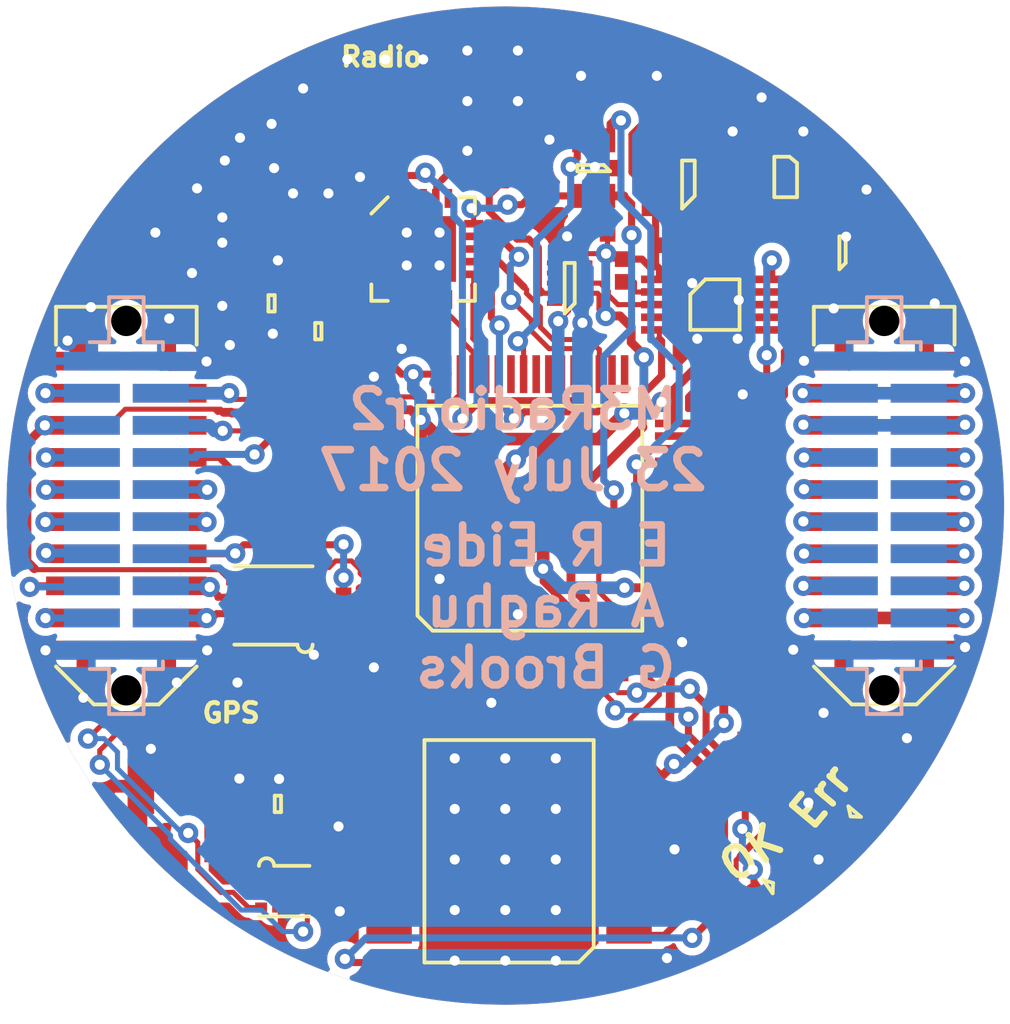
<source format=kicad_pcb>
(kicad_pcb (version 20221018) (generator pcbnew)
  (title_block (title "M3 Radio board layout") (date "8 feb 2016") (rev "Rev 1") (company "Cambridge University Spaceflight") (comment 1 "G Brooks") (comment 2 "A Raghu") (comment 3 "E R Eide") (comment 4 "Drawn by: "))
  (layers (0 "F.Cu" signal) (31 "B.Cu" signal) (34 "B.Paste" user) (35 "F.Paste" user) (36 "B.SilkS" user "B.Silkscreen") (37 "F.SilkS" user "F.Silkscreen") (38 "B.Mask" user) (39 "F.Mask" user) (44 "Edge.Cuts" user))
  (net 0 "")
  (net 1 "GND")
  (net 2 "3v3")
  (net 3 "Net-(C110-Pad1)")
  (net 4 "Net-(C111-Pad1)")
  (net 5 "/5v_CAN")
  (net 6 "Net-(D101-Pad2)")
  (net 7 "Net-(D102-Pad2)")
  (net 8 "/LED_RED")
  (net 9 "/LED_GRN")
  (net 10 "/Radio/Radio_nSEL")
  (net 11 "/JTMS")
  (net 12 "/JTCK")
  (net 13 "/JTDI")
  (net 14 "/JTDO")
  (net 15 "/CAN_RXD")
  (net 16 "/CAN_TXD")
  (net 17 "/CAN-")
  (net 18 "/CAN+")
  (net 19 "/3v3_IMU")
  (net 20 "/3v3_FC")
  (net 21 "/3v3_PYRO")
  (net 22 "/JTDR")
  (net 23 "/3v3_DL")
  (net 24 "/RSVD1")
  (net 25 "/3v3_AUX1")
  (net 26 "/3v3_AUX2")
  (net 27 "/RSVD2")
  (net 28 "/PYRO_SO")
  (net 29 "/PYRO_SI")
  (net 30 "/5v_RADIO")
  (net 31 "/PYRO1")
  (net 32 "/5v_IMU")
  (net 33 "/PYRO2")
  (net 34 "/5v_AUX1")
  (net 35 "/PYRO3")
  (net 36 "/5v_AUX2")
  (net 37 "/PYRO4")
  (net 38 "/5v_CAM")
  (net 39 "/PWR")
  (net 40 "/CHARGE")
  (net 41 "/Radio/RXp")
  (net 42 "/Radio/RXn")
  (net 43 "/Radio/TX_pin")
  (net 44 "Net-(C204-Pad2)")
  (net 45 "Net-(C205-Pad2)")
  (net 46 "Net-(C207-Pad1)")
  (net 47 "Net-(C1-Pad2)")
  (net 48 "Net-(C2-Pad1)")
  (net 49 "Net-(C3-Pad2)")
  (net 50 "Net-(C5-Pad1)")
  (net 51 "Net-(C5-Pad2)")
  (net 52 "Net-(D1-Pad1)")
  (net 53 "Net-(IC1-Pad2)")
  (net 54 "/GPS_RX")
  (net 55 "/GPS_TX")
  (net 56 "/GPS_RESET_N")
  (net 57 "Net-(L1-Pad1)")
  (net 58 "Net-(L2-Pad1)")
  (net 59 "1v8")
  (net 60 "/ANT_~{FLAG}")
  (net 61 "/ANT_~{EN}")
  (net 62 "Net-(IC2-Pad4)")
  (net 63 "Net-(IC3-Pad3)")
  (net 64 "/GPS_TIM1")
  (net 65 "/PLL_SCL")
  (net 66 "/PLL_SDA")
  (net 67 "/STM_HSE")
  (net 68 "/GPS_PPS")
  (net 69 "/Radio_GATE")
  (net 70 "/Radio_nSEL")
  (net 71 "/Radio_CLK")
  (net 72 "/Radio_SCLK")
  (net 73 "/Radio_SDO")
  (net 74 "/Radio_SDI")
  (net 75 "/Radio_SDN")
  (net 76 "/Radio_nIRQ")
  (net 77 "/Radio_GPIO1")
  (net 78 "Net-(IC201-Pad17)")
  (net 79 "Net-(Y1-Pad1)")
  (net 80 "Net-(IC2-Pad1)")
  (net 81 "Net-(U1-Pad2)")
  (net 82 "Net-(IC201-Pad5)")
  (net 83 "Net-(IC201-Pad7)")
  (net 84 "Net-(IC201-Pad9)")
  (net 85 "Net-(IC201-Pad16)")
  (net 86 "Net-(IC201-Pad19)")
  (net 87 "Net-(IC201-Pad20)")
  (net 88 "Net-(IC3-Pad4)")
  (net 89 "Net-(IC3-Pad6)")
  (net 90 "Net-(IC5-Pad5)")
  (net 91 "Net-(IC5-Pad13)")
  (net 92 "Net-(IC5-Pad15)")
  (net 93 "Net-(IC5-Pad16)")
  (net 94 "Net-(IC5-Pad17)")
  (net 95 "Net-(IC101-Pad2)")
  (net 96 "Net-(IC101-Pad6)")
  (net 97 "Net-(IC101-Pad7)")
  (net 98 "Net-(IC101-Pad8)")
  (net 99 "Net-(IC101-Pad9)")
  (net 100 "Net-(IC101-Pad10)")
  (net 101 "Net-(IC101-Pad11)")
  (net 102 "Net-(IC101-Pad23)")
  (net 103 "Net-(IC101-Pad24)")
  (net 104 "Net-(IC101-Pad25)")
  (net 105 "Net-(IC101-Pad26)")
  (net 106 "Net-(IC101-Pad27)")
  (net 107 "Net-(IC101-Pad28)")
  (net 108 "Net-(IC101-Pad33)")
  (net 109 "Net-(IC101-Pad38)")
  (net 110 "Net-(IC101-Pad39)")
  (net 111 "Net-(IC101-Pad40)")
  (net 112 "Net-(IC101-Pad42)")
  (net 113 "Net-(IC101-Pad43)")
  (net 114 "Net-(IC101-Pad51)")
  (net 115 "Net-(IC101-Pad52)")
  (net 116 "Net-(IC101-Pad53)")
  (net 117 "Net-(IC101-Pad54)")
  (net 118 "Net-(IC101-Pad56)")
  (net 119 "Net-(IC101-Pad57)")
  (net 120 "Net-(IC101-Pad58)")
  (net 121 "Net-(IC101-Pad59)")
  (net 122 "Net-(IC4-Pad4)")
  (net 123 "Net-(IC4-Pad5)")
  (net 124 "Net-(IC4-Pad10)")
  (footprint "agg:0402" (layer "F.Cu") (at 108.3 106 90)
    (fp_text reference "C103")
    (fp_text value "4u7")
  )
  (footprint "agg:0402" (layer "F.Cu") (at 108.75 94.45 180)
    (fp_text reference "C104")
    (fp_text value "100n")
  )
  (footprint "agg:0402" (layer "F.Cu") (at 93.6 106.2 90)
    (fp_text reference "C105")
    (fp_text value "100n")
  )
  (footprint "agg:0402" (layer "F.Cu") (at 100.7 107.8)
    (fp_text reference "C106")
    (fp_text value "1u")
  )
  (footprint "agg:0402" (layer "F.Cu") (at 108.3 104 90)
    (fp_text reference "C107")
    (fp_text value "100n")
  )
  (footprint "agg:0402" (layer "F.Cu") (at 102.8 107.8)
    (fp_text reference "C108")
    (fp_text value "100n")
  )
  (footprint "agg:0402" (layer "F.Cu") (at 93.7 94.7 90)
    (fp_text reference "C109")
    (fp_text value "100n")
  )
  (footprint "agg:0402" (layer "F.Cu") (at 96.95 93.15 180)
    (fp_text reference "C110")
    (fp_text value "2u2")
  )
  (footprint "agg:0402" (layer "F.Cu") (at 108.3 96.15 90)
    (fp_text reference "C111")
    (fp_text value "2u2")
  )
  (footprint "agg:0402" (layer "F.Cu") (at 93.6 104 -90)
    (fp_text reference "C112")
    (fp_text value "100n")
  )
  (footprint "agg:0603-LED" (layer "F.Cu") (at 113.75 112.2 50)
    (fp_text reference "D101")
    (fp_text value "RED")
  )
  (footprint "agg:0603-LED" (layer "F.Cu") (at 110.5 115 -145)
    (fp_text reference "D102")
    (fp_text value "GRN")
  )
  (footprint "agg:LQFP-64" (layer "F.Cu") (at 100.975 100.5 90)
    (fp_text reference "IC101")
    (fp_text value "STM32F405RxTx")
  )
  (footprint "agg:DFN-8-EP-MICROCHIP" (layer "F.Cu") (at 90.825 103.95 180)
    (fp_text reference "IC102")
    (fp_text value "MCP2562")
  )
  (footprint "agg:QFN-20-EP-SI" (layer "F.Cu") (at 96.75 89.85)
    (fp_text reference "IC201")
    (fp_text value "Si4461")
  )
  (footprint "agg:TFML-110-02-L-D" (layer "F.Cu") (at 85 100 -90)
    (fp_text reference "J101")
    (fp_text value "WEST TOP")
  )
  (footprint "agg:TFML-110-02-L-D" (layer "F.Cu") (at 115 100 -90)
    (fp_text reference "J103")
    (fp_text value "EAST TOP")
  )
  (footprint "agg:0402" (layer "F.Cu") (at 110.9 109.7 -90)
    (fp_text reference "R102")
    (fp_text value "100")
  )
  (footprint "agg:0402" (layer "F.Cu") (at 109.5 109.7 -90)
    (fp_text reference "R103")
    (fp_text value "100")
  )
  (footprint "agg:0402" (layer "F.Cu") (at 106.87 112.11 -90)
    (fp_text reference "C113")
    (fp_text value "100n")
  )
  (footprint "agg:0402" (layer "F.Cu") (at 94.85 93.15)
    (fp_text reference "C201")
    (fp_text value "100p")
  )
  (footprint "agg:0402" (layer "F.Cu") (at 91.3 94.7 -90)
    (fp_text reference "C202")
    (fp_text value "100n")
  )
  (footprint "agg:0402" (layer "F.Cu") (at 91 89.1 -90)
    (fp_text reference "C203")
    (fp_text value "3p")
  )
  (footprint "agg:0402" (layer "F.Cu") (at 93.05 92.05 180)
    (fp_text reference "C204")
    (fp_text value "22p")
  )
  (footprint "agg:0402" (layer "F.Cu") (at 92.3 90.8 180)
    (fp_text reference "C205")
    (fp_text value "1p")
  )
  (footprint "agg:0402" (layer "F.Cu") (at 89.3 90.8 180)
    (fp_text reference "C206")
    (fp_text value "5.6p")
  )
  (footprint "agg:0402" (layer "F.Cu") (at 89.35 87.45 180)
    (fp_text reference "C207")
    (fp_text value "5.6p")
  )
  (footprint "agg:0603-L" (layer "F.Cu") (at 92.6 93.1)
    (fp_text reference "L201")
    (fp_text value "120nH")
  )
  (footprint "agg:0603-L" (layer "F.Cu") (at 90.75 92 180)
    (fp_text reference "L204")
    (fp_text value "8.2nH")
  )
  (footprint "agg:0402" (layer "F.Cu") (at 91.75 113.25 180)
    (fp_text reference "C1")
    (fp_text value "100n")
  )
  (footprint "agg:0402" (layer "F.Cu") (at 93.5 114.4 -90)
    (fp_text reference "C2")
    (fp_text value "1u")
  )
  (footprint "agg:0402" (layer "F.Cu") (at 89.4 113.35 -90)
    (fp_text reference "C3")
    (fp_text value "1u")
  )
  (footprint "agg:0402" (layer "F.Cu") (at 113.725 88.45)
    (fp_text reference "C4")
    (fp_text value "100n")
  )
  (footprint "agg:0402" (layer "F.Cu") (at 108.75 89.7)
    (fp_text reference "C5")
    (fp_text value "1n")
  )
  (footprint "agg:0402" (layer "F.Cu") (at 90.25 109.85 -90)
    (fp_text reference "D1")
    (fp_text value "ESD_DIODE")
  )
  (footprint "agg:0402" (layer "F.Cu") (at 91.95 85.35 90)
    (fp_text reference "D2")
    (fp_text value "ESD_DIODE")
  )
  (footprint "agg:DFN-6-EP-ONSEMI" (layer "F.Cu") (at 91.25 115.25)
    (fp_text reference "IC1")
    (fp_text value "NCP380")
  )
  (footprint "agg:0402-L" (layer "F.Cu") (at 91.4 109.6 90)
    (fp_text reference "L1")
    (fp_text value "91nH")
  )
  (footprint "agg:0402-L" (layer "F.Cu") (at 92.7 110 180)
    (fp_text reference "L2")
    (fp_text value "91nH")
  )
  (footprint "agg:0402-L" (layer "F.Cu") (at 93.1 111.3 90)
    (fp_text reference "L3")
    (fp_text value "91nH")
  )
  (footprint "agg:0603" (layer "F.Cu") (at 91 111.8)
    (fp_text reference "R1")
    (fp_text value "10")
  )
  (footprint "agg:0402" (layer "F.Cu") (at 88.4 113.35 -90)
    (fp_text reference "R2")
    (fp_text value "110k")
  )
  (footprint "M3radio:U.FL-R-SMT-1" (layer "F.Cu") (at 87.05 111.1 180)
    (fp_text reference "P101")
    (fp_text value "COAX")
  )
  (footprint "M3radio:U.FL-R-SMT-1" (layer "F.Cu") (at 95.2 84.375)
    (fp_text reference "P201")
    (fp_text value "COAX")
  )
  (footprint "agg:0402" (layer "F.Cu") (at 115.85 90.25 -90)
    (fp_text reference "C7")
    (fp_text value "1u")
  )
  (footprint "agg:0402" (layer "F.Cu") (at 113.4 87.025 -90)
    (fp_text reference "C8")
    (fp_text value "1u")
  )
  (footprint "agg:SC-70-5" (layer "F.Cu") (at 113.35 90 180)
    (fp_text reference "U1")
    (fp_text value "NCP4620")
  )
  (footprint "agg:0402" (layer "F.Cu") (at 104.65 90.7 -90)
    (fp_text reference "C9")
    (fp_text value "100n")
  )
  (footprint "agg:0402" (layer "F.Cu") (at 103.6 89.25 180)
    (fp_text reference "C10")
    (fp_text value "100n")
  )
  (footprint "agg:0402" (layer "F.Cu") (at 106.4 89.7 180)
    (fp_text reference "C11")
    (fp_text value "1n")
  )
  (footprint "agg:SOT-23-5" (layer "F.Cu") (at 107.25 87.3 180)
    (fp_text reference "IC2")
    (fp_text value "NC7SZ04")
  )
  (footprint "agg:MSOP-10" (layer "F.Cu") (at 108.3 92.05)
    (fp_text reference "IC3")
    (fp_text value "CS2100-CP")
  )
  (footprint "agg:DFN-10-SL18860DC" (layer "F.Cu") (at 102.55 91.2 180)
    (fp_text reference "IC4")
    (fp_text value "SL18860DC")
  )
  (footprint "agg:MAX-M8Q" (layer "F.Cu") (at 100.15 113.675 180)
    (fp_text reference "IC5")
    (fp_text value "MAX_M8Q")
  )
  (footprint "agg:SC-70-6" (layer "F.Cu") (at 103.5 86.65 -90)
    (fp_text reference "IC6")
    (fp_text value "SN74LVC1G0832")
  )
  (footprint "agg:0402" (layer "F.Cu") (at 107.25 84.85 180)
    (fp_text reference "R3")
    (fp_text value "1M")
  )
  (footprint "agg:TG-5006CG" (layer "F.Cu") (at 111.1 87 -90)
    (fp_text reference "Y1")
    (fp_text value "TCXO")
  )
  (footprint "agg:0402" (layer "F.Cu") (at 92.5 94.7 -90)
    (fp_text reference "C12")
    (fp_text value "220p")
  )
  (footprint "agg:0402" (layer "F.Cu") (at 93.4 89.1 90)
    (fp_text reference "L202")
    (fp_text value "20nH")
  )
  (footprint "agg:0402" (layer "F.Cu") (at 92.2 89.1 -90)
    (fp_text reference "L203")
    (fp_text value "24nH")
  )
  (footprint "agg:0402" (layer "F.Cu") (at 89.8 89.1 90)
    (fp_text reference "L205")
    (fp_text value "6.8nH")
  )
  (footprint "agg:0402" (layer "F.Cu") (at 100.625 86.675 90)
    (fp_text reference "R4")
    (fp_text value "10k")
  )
  (footprint "agg:0402" (layer "F.Cu") (at 99.525 86.25 90)
    (fp_text reference "R5")
    (fp_text value "10k")
  )
  (footprint "agg:0402" (layer "F.Cu") (at 90.1 94.7 -90)
    (fp_text reference "C13")
    (fp_text value "2.2u")
  )
  (footprint "agg:SFML-110-02-L-D-LC" (layer "B.Cu") (at 85 100 -90)
    (fp_text reference "J102")
    (fp_text value "WEST BOT")
  )
  (footprint "agg:SFML-110-02-L-D-LC" (layer "B.Cu") (at 115 100 -90)
    (fp_text reference "J104")
    (fp_text value "EAST BOT")
  )
  (gr_circle (center 100 100) (end 119.75 100) (stroke (width 0.01)) (fill none) (layer "Edge.Cuts"))
  (gr_text "E R Eide\nA Raghu\nG Brooks" (at 101.6 104) (layer "B.SilkS") (effects (font (size 1.5 1.5) (thickness 0.3)) (justify mirror)))
  (gr_text "M3Radio r2\n23 July 2017" (at 100.3 97.4) (layer "B.SilkS") (effects (font (size 1.5 1.5) (thickness 0.3)) (justify mirror)))
  (gr_text "Radio" (at 95.1 82.25) (layer "F.SilkS") (effects (font (size 0.75 0.75) (thickness 0.1875))))
  (gr_text "GPS" (at 89.15 108.2) (layer "F.SilkS") (effects (font (size 0.75 0.75) (thickness 0.1875))))
  (gr_text "OK" (at 109.75 113.75 35) (layer "F.SilkS") (effects (font (size 1.2 1.2) (thickness 0.25))))
  (gr_text "Err" (at 112.5 111.5 50) (layer "F.SilkS") (effects (font (size 1.2 1.2) (thickness 0.25))))
  (segment (start 83.275 105.725) (end 83.285 105.715) (width 0.74) (layer "F.Cu") (net 1))
  (segment (start 88.19 105.715) (end 88.2 105.725) (width 0.74) (layer "F.Cu") (net 1))
  (segment (start 116.715 92.285) (end 117 92) (width 0.5) (layer "F.Cu") (net 1))
  (segment (start 97.4 89.2) (end 96.75 89.85) (width 0.28) (layer "F.Cu") (net 1))
  (segment (start 97.4 90.5) (end 97.4 89.2) (width 0.28) (layer "F.Cu") (net 1))
  (segment (start 96.75 89.949942) (end 96.499941 90.200001) (width 0.28) (layer "F.Cu") (net 1))
  (segment (start 113.285 94.285) (end 116.715 94.285) (width 0.74) (layer "F.Cu") (net 1))
  (segment (start 111.835 94.285) (end 111.825 94.275) (width 0.74) (layer "F.Cu") (net 1))
  (segment (start 83.6 92.15) (end 83.200001 92.549999) (width 0.5) (layer "F.Cu") (net 1))
  (segment (start 104.65 91.15) (end 105.1 91.15) (width 0.2) (layer "F.Cu") (net 1))
  (segment (start 92.2 113.573002) (end 92.2 113.25) (width 0.35) (layer "F.Cu") (net 1))
  (segment (start 108.55 86.35) (end 110 86.35) (width 0.28) (layer "F.Cu") (net 1))
  (segment (start 105.114999 91.164999) (end 105.114999 91.489999) (width 0.2) (layer "F.Cu") (net 1))
  (segment (start 93.7 95.15) (end 94.55 95.15) (width 0.28) (layer "F.Cu") (net 1))
  (segment (start 114.45 89.35) (end 113.504023 89.35) (width 0.2) (layer "F.Cu") (net 1))
  (segment (start 107.015002 91.55) (end 107.2 91.365002) (width 0.28) (layer "F.Cu") (net 1))
  (segment (start 83.285 105.715) (end 86.715 105.715) (width 0.74) (layer "F.Cu") (net 1))
  (segment (start 89 94.3) (end 88.175 94.3) (width 0.28) (layer "F.Cu") (net 1))
  (segment (start 114.175 89.075) (end 114.45 89.35) (width 0.28) (layer "F.Cu") (net 1))
  (segment (start 92.68 115.25) (end 92.165 115.25) (width 0.28) (layer "F.Cu") (net 1))
  (segment (start 108.3 95.7) (end 108.96 95.7) (width 0.35) (layer "F.Cu") (net 1))
  (segment (start 89.39 110.714559) (end 89.47456 110.799119) (width 0.35) (layer "F.Cu") (net 1))
  (segment (start 107.2 105.2) (end 107 105.4) (width 0.2) (layer "F.Cu") (net 1))
  (segment (start 105.1 91.15) (end 105.114999 91.164999) (width 0.2) (layer "F.Cu") (net 1))
  (segment (start 113.960001 86.925) (end 113.960001 86.625001) (width 0.2) (layer "F.Cu") (net 1))
  (segment (start 91 89.55) (end 91 90.3) (width 0.28) (layer "F.Cu") (net 1))
  (segment (start 103.15 92.676679) (end 103.056697 92.769982) (width 0.2) (layer "F.Cu") (net 1))
  (segment (start 88.740685 94.3) (end 88.175 94.3) (width 0.35) (layer "F.Cu") (net 1))
  (segment (start 93.725 82.375) (end 93.75 82.35) (width 0.5) (layer "F.Cu") (net 1))
  (segment (start 85.575 111.15) (end 85.575 110.019762) (width 0.5) (layer "F.Cu") (net 1))
  (segment (start 83.285 92.685) (end 83.285 94.285) (width 0.5) (layer "F.Cu") (net 1))
  (segment (start 92.165 115.25) (end 91.25 115.25) (width 0.28) (layer "F.Cu") (net 1))
  (segment (start 110.146231 83.853769) (end 109.828034 83.853769) (width 0.35) (layer "F.Cu") (net 1))
  (segment (start 96.305 103.75) (end 96.8 103.255) (width 0.28) (layer "F.Cu") (net 1))
  (segment (start 110 86.35) (end 110.05 86.3) (width 0.28) (layer "F.Cu") (net 1))
  (segment (start 83.285 94.285) (end 83.285 94.085) (width 0.5) (layer "F.Cu") (net 1))
  (segment (start 109.3 95.7) (end 109.4 95.6) (width 0.35) (layer "F.Cu") (net 1))
  (segment (start 107.685001 104.345001) (end 107.79 104.45) (width 0.2) (layer "F.Cu") (net 1))
  (segment (start 98 116) (end 98 118) (width 0.5) (layer "F.Cu") (net 1))
  (segment (start 104.9 118.075) (end 106.225 118.075) (width 0.28) (layer "F.Cu") (net 1))
  (segment (start 100.25 109.75) (end 100 110) (width 0.28) (layer "F.Cu") (net 1))
  (segment (start 107.685001 103.891999) (end 107.685001 104.345001) (width 0.2) (layer "F.Cu") (net 1))
  (segment (start 89.275 104.925) (end 89.85 104.925) (width 0.5) (layer "F.Cu") (net 1))
  (segment (start 93.6 106.65) (end 94.55 106.65) (width 0.2) (layer "F.Cu") (net 1))
  (segment (start 96.1 90.599942) (end 96.099942 90.6) (width 0.28) (layer "F.Cu") (net 1))
  (segment (start 83.285 105.715) (end 83.285 107.585) (width 0.28) (layer "F.Cu") (net 1))
  (segment (start 102.4 104.8) (end 102 104.4) (width 0.28) (layer "F.Cu") (net 1))
  (segment (start 97.3 90.6) (end 97.4 90.5) (width 0.28) (layer "F.Cu") (net 1))
  (segment (start 108.3 95.7) (end 109.3 95.7) (width 0.35) (layer "F.Cu") (net 1))
  (segment (start 96.305 102.25) (end 95.275 102.25) (width 0.28) (layer "F.Cu") (net 1))
  (segment (start 114.175 88.45) (end 114.175 87.139999) (width 0.28) (layer "F.Cu") (net 1))
  (segment (start 100.5 84.275) (end 101.75 85.525) (width 0.28) (layer "F.Cu") (net 1))
  (segment (start 95.9 93.15) (end 95.3 93.15) (width 0.35) (layer "F.Cu") (net 1))
  (segment (start 115 89.35) (end 115.45 89.8) (width 0.28) (layer "F.Cu") (net 1))
  (segment (start 112.875 85.584998) (end 112.790001 85.499999) (width 0.28) (layer "F.Cu") (net 1))
  (segment (start 106.675 103.75) (end 107.543002 103.75) (width 0.2) (layer "F.Cu") (net 1))
  (segment (start 113.285 94.285) (end 111.835 94.285) (width 0.74) (layer "F.Cu") (net 1))
  (segment (start 92.375 104.275) (end 91.15 104.275) (width 0.2) (layer "F.Cu") (net 1))
  (segment (start 83.285 94.085) (end 82.675 93.475) (width 0.5) (layer "F.Cu") (net 1))
  (segment (start 95.9 93.4) (end 95.9 93.8) (width 0.28) (layer "F.Cu") (net 1))
  (segment (start 102.45 89.35) (end 102.55 89.25) (width 0.28) (layer "F.Cu") (net 1))
  (segment (start 96.8 102.745) (end 96.305 102.25) (width 0.28) (layer "F.Cu") (net 1))
  (segment (start 88.175 94.3) (end 86.73 94.3) (width 0.74) (layer "F.Cu") (net 1))
  (segment (start 102.35 107.8) (end 102.35 107.45) (width 0.2) (layer "F.Cu") (net 1))
  (segment (start 102.55 89.25) (end 103.15 89.25) (width 0.28) (layer "F.Cu") (net 1))
  (segment (start 97.3 109.3) (end 98 110) (width 0.5) (layer "F.Cu") (net 1))
  (segment (start 102.1 118.1) (end 102 118) (width 0.5) (layer "F.Cu") (net 1))
  (segment (start 95.275 103.75) (end 96.305 103.75) (width 0.28) (layer "F.Cu") (net 1))
  (segment (start 83.200001 92.600001) (end 83.285 92.685) (width 0.5) (layer "F.Cu") (net 1))
  (segment (start 100.5 84) (end 100.5 84.275) (width 0.28) (layer "F.Cu") (net 1))
  (segment (start 88.2 105.725) (end 88.475 105.725) (width 0.5) (layer "F.Cu") (net 1))
  (segment (start 89.39 110.56) (end 89.39 110.714559) (width 0.35) (layer "F.Cu") (net 1))
  (segment (start 118.085 105.715) (end 118.2 105.6) (width 0.28) (layer "F.Cu") (net 1))
  (segment (start 108.96 95.7) (end 109.2 95.46) (width 0.35) (layer "F.Cu") (net 1))
  (segment (start 94.55 106.65) (end 94.8 106.4) (width 0.2) (layer "F.Cu") (net 1))
  (segment (start 96.665627 90.6) (end 96.099942 90.6) (width 0.28) (layer "F.Cu") (net 1))
  (segment (start 106.7 112.55) (end 106.7 113.6) (width 0.28) (layer "F.Cu") (net 1))
  (segment (start 96.1 89.1) (end 96.1 89.2) (width 0.28) (layer "F.Cu") (net 1))
  (segment (start 101.9 104.3) (end 102 104.4) (width 0.28) (layer "F.Cu") (net 1))
  (segment (start 107 105.8) (end 107 105.4) (width 0.2) (layer "F.Cu") (net 1))
  (segment (start 95.5 111.5) (end 94.32 111.5) (width 0.5) (layer "F.Cu") (net 1))
  (segment (start 106.85 89.7) (end 106.85 90.29) (width 0.28) (layer "F.Cu") (net 1))
  (segment (start 112.099999 85.499999) (end 111.8 85.2) (width 0.28) (layer "F.Cu") (net 1))
  (segment (start 110.5 92.05) (end 109.421565 92.05) (width 0.28) (layer "F.Cu") (net 1))
  (segment (start 109.174265 83.2) (end 108.4 83.2) (width 0.35) (layer "F.Cu") (net 1))
  (segment (start 100.5 84) (end 100.5 82) (width 0.2) (layer "F.Cu") (net 1))
  (segment (start 100.25 107.8) (end 100.25 109.75) (width 0.28) (layer "F.Cu") (net 1))
  (segment (start 96.1 90.5) (end 97.4 90.5) (width 0.28) (layer "F.Cu") (net 1))
  (segment (start 86.715 94.285) (end 83.285 94.285) (width 0.74) (layer "F.Cu") (net 1))
  (segment (start 102 104.4) (end 101.91 104.31) (width 0.28) (layer "F.Cu") (net 1))
  (segment (start 93.770001 111.829999) (end 94.1 111.5) (width 0.5) (layer "F.Cu") (net 1))
  (segment (start 113.4 86.5) (end 112.875 85.975) (width 0.28) (layer "F.Cu") (net 1))
  (segment (start 114.3 89.2) (end 114.45 89.35) (width 0.28) (layer "F.Cu") (net 1))
  (segment (start 93.2 84.9) (end 93.725 84.375) (width 0.28) (layer "F.Cu") (net 1))
  (segment (start 96.1 89.2) (end 96.75 89.85) (width 0.28) (layer "F.Cu") (net 1))
  (segment (start 116.715 108.385) (end 115.9 109.2) (width 0.5) (layer "F.Cu") (net 1))
  (segment (start 98 112) (end 98 114) (width 0.5) (layer "F.Cu") (net 1))
  (segment (start 95.5 109.3) (end 97.3 109.3) (width 0.5) (layer "F.Cu") (net 1))
  (segment (start 91.95 84.9) (end 93.2 84.9) (width 0.28) (layer "F.Cu") (net 1))
  (segment (start 107.543002 103.75) (end 107.685001 103.891999) (width 0.2) (layer "F.Cu") (net 1))
  (segment (start 100.5 84) (end 98.5 84) (width 0.35) (layer "F.Cu") (net 1))
  (segment (start 93.05 114.88) (end 92.68 115.25) (width 0.28) (layer "F.Cu") (net 1))
  (segment (start 100 114) (end 102 114) (width 0.5) (layer "F.Cu") (net 1))
  (segment (start 85.575 110.019762) (end 85.972381 109.622381) (width 0.5) (layer "F.Cu") (net 1))
  (segment (start 107.75 104.45) (end 107.2 105) (width 0.2) (layer "F.Cu") (net 1))
  (segment (start 83.285 105.715) (end 81.81 105.715) (width 0.5) (layer "F.Cu") (net 1))
  (segment (start 113.960001 86.625001) (end 113.91 86.575) (width 0.2) (layer "F.Cu") (net 1))
  (segment (start 102.35 107.45) (end 102.725 107.075) (width 0.2) (layer "F.Cu") (net 1))
  (segment (start 111.155322 114.541139) (end 111.858861 114.541139) (width 0.28) (layer "F.Cu") (net 1))
  (segment (start 96.8 103.015143) (end 97.284857 103.015143) (width 0.28) (layer "F.Cu") (net 1))
  (segment (start 100 110) (end 102 110) (width 0.5) (layer "F.Cu") (net 1))
  (segment (start 92.825 95.2) (end 92.85 95.175) (width 0.28) (layer "F.Cu") (net 1))
  (segment (start 88.86 94.3) (end 88.740685 94.3) (width 0.35) (layer "F.Cu") (net 1))
  (segment (start 107.79 104.45) (end 107.75 104.45) (width 0.2) (layer "F.Cu") (net 1))
  (segment (start 96.15 93.15) (end 95.9 93.4) (width 0.28) (layer "F.Cu") (net 1))
  (segment (start 116.715 94.285) (end 116.715 92.285) (width 0.5) (layer "F.Cu") (net 1))
  (segment (start 88.908354 94.3) (end 88.740685 94.3) (width 0.35) (layer "F.Cu") (net 1))
  (segment (start 113.23577 112.812836) (end 113.062836 112.812836) (width 0.28) (layer "F.Cu") (net 1))
  (segment (start 97.4 89.2) (end 97.4 90.03) (width 0.28) (layer "F.Cu") (net 1))
  (segment (start 109.2 94.45) (end 109.2 93.4) (width 0.35) (layer "F.Cu") (net 1))
  (segment (start 86.715 92.615) (end 86.7 92.6) (width 0.5) (layer "F.Cu") (net 1))
  (segment (start 93.05 114.85) (end 93.05 114.88) (width 0.28) (layer "F.Cu") (net 1))
  (segment (start 81.8 105.725) (end 83.275 105.725) (width 0.74) (layer "F.Cu") (net 1))
  (segment (start 91.95 83.55) (end 92 83.5) (width 0.5) (layer "F.Cu") (net 1))
  (segment (start 107.2 105) (end 107.2 105.2) (width 0.2) (layer "F.Cu") (net 1))
  (segment (start 90.25 110.3) (end 90.535554 110.3) (width 0.35) (layer "F.Cu") (net 1))
  (segment (start 107.65 106.45) (end 107 105.8) (width 0.2) (layer "F.Cu") (net 1))
  (segment (start 102 112) (end 100 112) (width 0.5) (layer "F.Cu") (net 1))
  (segment (start 107.015002 91.55) (end 106.1 91.55) (width 0.28) (layer "F.Cu") (net 1))
  (segment (start 94.1 111.5) (end 95.5 111.5) (width 0.5) (layer "F.Cu") (net 1))
  (segment (start 103.5 85.55) (end 103.5 86.55) (width 0.28) (layer "F.Cu") (net 1))
  (segment (start 107.6 93.4) (end 107.6 91.4) (width 0.35) (layer "F.Cu") (net 1))
  (segment (start 96.8 103.015143) (end 96.8 102.745) (width 0.28) (layer "F.Cu") (net 1))
  (segment (start 88.4 111.225) (end 88.525 111.1) (width 0.28) (layer "F.Cu") (net 1))
  (segment (start 114.45 89.35) (end 115 89.35) (width 0.28) (layer "F.Cu") (net 1))
  (segment (start 102.725 106.2) (end 102.725 105.125) (width 0.28) (layer "F.Cu") (net 1))
  (segment (start 89.66 110.3) (end 89.4 110.56) (width 0.35) (layer "F.Cu") (net 1))
  (segment (start 89.4 110.56) (end 89.39 110.56) (width 0.28) (layer "F.Cu") (net 1))
  (segment (start 91.25 115.25) (end 91.25 114.523002) (width 0.35) (layer "F.Cu") (net 1))
  (segment (start 116.715 94.285) (end 118.185 94.285) (width 0.7) (layer "F.Cu") (net 1))
  (segment (start 90.535554 110.3) (end 91.047937 110.812383) (width 0.35) (layer "F.Cu") (net 1))
  (segment (start 114.175 87.139999) (end 113.960001 86.925) (width 0.28) (layer "F.Cu") (net 1))
  (segment (start 116.715 105.715) (end 116.715 108.385) (width 0.5) (layer "F.Cu") (net 1))
  (segment (start 96.83 90.6) (end 96.665627 90.6) (width 0.28) (layer "F.Cu") (net 1))
  (segment (start 91.4 115.4) (end 91.25 115.25) (width 0.28) (layer "F.Cu") (net 1))
  (segment (start 113.504023 89.35) (end 113.491821 89.362202) (width 0.2) (layer "F.Cu") (net 1))
  (segment (start 102 116) (end 100 116) (width 0.5) (layer "F.Cu") (net 1))
  (segment (start 89.4 107) (end 91.325 107) (width 0.5) (layer "F.Cu") (net 1))
  (segment (start 89.85 95.15) (end 89 94.3) (width 0.28) (layer "F.Cu") (net 1))
  (segment (start 91.325 107) (end 92.425 105.9) (width 0.5) (layer "F.Cu") (net 1))
  (segment (start 96.5 93.15) (end 96.15 93.15) (width 0.28) (layer "F.Cu") (net 1))
  (segment (start 104.95 118.1) (end 102.1 118.1) (width 0.5) (layer "F.Cu") (net 1))
  (segment (start 96.099942 90.6) (end 97.3 90.6) (width 0.28) (layer "F.Cu") (net 1))
  (segment (start 97.284857 103.015143) (end 97.4 102.9) (width 0.28) (layer "F.Cu") (net 1))
  (segment (start 102.725 105.125) (end 102.4 104.8) (width 0.28) (layer "F.Cu") (net 1))
  (segment (start 86.73 94.3) (end 86.715 94.285) (width 0.74) (layer "F.Cu") (net 1))
  (segment (start 100.5 104.3) (end 101.9 104.3) (width 0.28) (layer "F.Cu") (net 1))
  (segment (start 107.2 90.64) (end 106.85 90.29) (width 0.28) (layer "F.Cu") (net 1))
  (segment (start 88.4 112.9) (end 89.4 112.9) (width 0.28) (layer "F.Cu") (net 1))
  (segment (start 116.715 105.715) (end 118.085 105.715) (width 0.28) (layer "F.Cu") (net 1))
  (segment (start 113.062836 112.812836) (end 112 111.75) (width 0.28) (layer "F.Cu") (net 1))
  (segment (start 108.55 86.35) (end 108.55 85.65) (width 0.2) (layer "F.Cu") (net 1))
  (segment (start 93.5 114.85) (end 93.05 114.85) (width 0.28) (layer "F.Cu") (net 1))
  (segment (start 100 118) (end 102 118) (width 0.5) (layer "F.Cu") (net 1))
  (segment (start 117 92) (end 116.9 92) (width 0.5) (layer "F.Cu") (net 1))
  (segment (start 87 107) (end 89.4 107) (width 0.5) (layer "F.Cu") (net 1))
  (segment (start 92.841998 113.25) (end 93.4 112.691998) (width 0.5) (layer "F.Cu") (net 1))
  (segment (start 83.200001 92.549999) (end 83.200001 92.600001) (width 0.5) (layer "F.Cu") (net 1))
  (segment (start 96.1 89.2) (end 96.1 90.5) (width 0.28) (layer "F.Cu") (net 1))
  (segment (start 108.55 85.65) (end 109 85.2) (width 0.2) (layer "F.Cu") (net 1))
  (segment (start 108.2 83) (end 108.4 83.2) (width 0.5) (layer "F.Cu") (net 1))
  (segment (start 111.155322 114.541139) (end 111.155322 114.230322) (width 0.28) (layer "F.Cu") (net 1))
  (segment (start 113.285 105.715) (end 111.415 105.715) (width 0.74) (layer "F.Cu") (net 1))
  (segment (start 107.2 91.365002) (end 107.2 90.64) (width 0.28) (layer "F.Cu") (net 1))
  (segment (start 96.1 89.2) (end 96.1 90.599942) (width 0.28) (layer "F.Cu") (net 1))
  (segment (start 113.91 86.575) (end 113.4 86.575) (width 0.2) (layer "F.Cu") (net 1))
  (segment (start 90.1 95.15) (end 89.85 95.15) (width 0.28) (layer "F.Cu") (net 1))
  (segment (start 81.81 105.715) (end 81.8 105.725) (width 0.5) (layer "F.Cu") (net 1))
  (segment (start 103.15 92) (end 103.15 92.676679) (width 0.2) (layer "F.Cu") (net 1))
  (segment (start 106.225 118.075) (end 106.4 117.9) (width 0.28) (layer "F.Cu") (net 1))
  (segment (start 96.75 87.85) (end 96.75 89.85) (width 0.28) (layer "F.Cu") (net 1))
  (segment (start 111.415 105.715) (end 111.4 105.7) (width 0.74) (layer "F.Cu") (net 1))
  (segment (start 91.25 114.523002) (end 92.2 113.573002) (width 0.35) (layer "F.Cu") (net 1))
  (segment (start 94.55 95.15) (end 94.8 94.9) (width 0.28) (layer "F.Cu") (net 1))
  (segment (start 93.770001 112.321997) (end 93.770001 111.829999) (width 0.5) (layer "F.Cu") (net 1))
  (segment (start 105.175 91.55) (end 106.1 91.55) (width 0.2) (layer "F.Cu") (net 1))
  (segment (start 111.858861 114.541139) (end 112.4 114) (width 0.28) (layer "F.Cu") (net 1))
  (segment (start 98.01 109.99) (end 98 110) (width 0.2) (layer "F.Cu") (net 1))
  (segment (start 93.425 104.275) (end 93.6 104.45) (width 0.28) (layer "F.Cu") (net 1))
  (segment (start 91.95 84.9) (end 91.95 83.55) (width 0.5) (layer "F.Cu") (net 1))
  (segment (start 89.85 104.925) (end 90.825 103.95) (width 0.5) (layer "F.Cu") (net 1))
  (segment (start 97.4 90.03) (end 96.83 90.6) (width 0.28) (layer "F.Cu") (net 1))
  (segment (start 88.19 105.715) (end 88.2 105.725) (width 0.5) (layer "F.Cu") (net 1))
  (segment (start 113.6 109.2) (end 112.6 108.2) (width 0.5) (layer "F.Cu") (net 1))
  (segment (start 109.2 95.46) (end 109.2 94.45) (width 0.35) (layer "F.Cu") (net 1))
  (segment (start 115.9 109.2) (end 113.6 109.2) (width 0.5) (layer "F.Cu") (net 1))
  (segment (start 98.5 82) (end 98.5 84) (width 0.2) (layer "F.Cu") (net 1))
  (segment (start 103.5 86.55) (end 103.55 86.6) (width 0.28) (layer "F.Cu") (net 1))
  (segment (start 89.39 110.56) (end 88.8 111.15) (width 0.35) (layer "F.Cu") (net 1))
  (segment (start 92.875 95.15) (end 92.85 95.175) (width 0.28) (layer "F.Cu") (net 1))
  (segment (start 92.2 113.25) (end 92.841998 113.25) (width 0.5) (layer "F.Cu") (net 1))
  (segment (start 109.828034 83.853769) (end 109.174265 83.2) (width 0.35) (layer "F.Cu") (net 1))
  (segment (start 100.25 107.8) (end 99.45 107.8) (width 0.2) (layer "F.Cu") (net 1))
  (segment (start 118.185 94.285) (end 118.2 94.3) (width 0.5) (layer "F.Cu") (net 1))
  (segment (start 93.725 84.375) (end 93.725 82.375) (width 0.5) (layer "F.Cu") (net 1))
  (segment (start 113.4 86.575) (end 113.4 86.5) (width 0.28) (layer "F.Cu") (net 1))
  (segment (start 102.725 107.075) (end 102.725 106.2) (width 0.2) (layer "F.Cu") (net 1))
  (segment (start 96.499941 90.200001) (end 96.099942 90.6) (width 0.28) (layer "F.Cu") (net 1))
  (segment (start 115.45 89.8) (end 115.85 89.8) (width 0.28) (layer "F.Cu") (net 1))
  (segment (start 108.3 106.45) (end 107.65 106.45) (width 0.2) (layer "F.Cu") (net 1))
  (segment (start 96.8 103.255) (end 96.8 103.015143) (width 0.28) (layer "F.Cu") (net 1))
  (segment (start 103 83) (end 106 83) (width 0.2) (layer "F.Cu") (net 1))
  (segment (start 95.25 82.35) (end 96.75 82.35) (width 0.5) (layer "F.Cu") (net 1))
  (segment (start 96.75 89.85) (end 96.75 89.949942) (width 0.28) (layer "F.Cu") (net 1))
  (segment (start 86.715 94.285) (end 86.715 92.615) (width 0.5) (layer "F.Cu") (net 1))
  (segment (start 91.85 95.225) (end 91.875 95.2) (width 0.28) (layer "F.Cu") (net 1))
  (segment (start 92.375 104.275) (end 93.425 104.275) (width 0.28) (layer "F.Cu") (net 1))
  (segment (start 86.715 105.715) (end 88.19 105.715) (width 0.74) (layer "F.Cu") (net 1))
  (segment (start 107.6 91.4) (end 107.4 91.2) (width 0.35) (layer "F.Cu") (net 1))
  (segment (start 97.4 89.2) (end 96.1 89.2) (width 0.28) (layer "F.Cu") (net 1))
  (segment (start 88.475 105.725) (end 89.275 104.925) (width 0.5) (layer "F.Cu") (net 1))
  (segment (start 112.875 85.975) (end 112.875 85.584998) (width 0.28) (layer "F.Cu") (net 1))
  (segment (start 109.421565 92.05) (end 109.24136 91.869795) (width 0.28) (layer "F.Cu") (net 1))
  (segment (start 112.790001 85.499999) (end 112.099999 85.499999) (width 0.28) (layer "F.Cu") (net 1))
  (segment (start 83.285 107.585) (end 83.3 107.6) (width 0.28) (layer "F.Cu") (net 1))
  (segment (start 105.114999 91.489999) (end 105.175 91.55) (width 0.2) (layer "F.Cu") (net 1))
  (segment (start 114.175 88.45) (end 114.175 89.075) (width 0.28) (layer "F.Cu") (net 1))
  (segment (start 88.8 111.15) (end 88.525 111.15) (width 0.28) (layer "F.Cu") (net 1))
  (segment (start 93.4 112.691998) (end 93.770001 112.321997) (width 0.5) (layer "F.Cu") (net 1))
  (segment (start 91.15 104.275) (end 90.825 103.95) (width 0.2) (layer "F.Cu") (net 1))
  (segment (start 88.4 112.9) (end 88.4 111.225) (width 0.28) (layer "F.Cu") (net 1))
  (segment (start 90.25 110.3) (end 89.66 110.3) (width 0.35) (layer "F.Cu") (net 1))
  (segment (start 107.79 104.45) (end 108.3 104.45) (width 0.2) (layer "F.Cu") (net 1))
  (segment (start 106.8 83) (end 108.2 83) (width 0.5) (layer "F.Cu") (net 1))
  (via (at 90.8 93.2) (size 0.8) (drill 0.4) (layers "F.Cu" "B.Cu") (net 1))
  (via (at 88.2 105.725) (size 0.8) (drill 0.4) (layers "F.Cu" "B.Cu") (net 1))
  (via (at 89.4 107) (size 0.8) (drill 0.4) (layers "F.Cu" "B.Cu") (net 1))
  (via (at 100 116) (size 0.8) (drill 0.4) (layers "F.Cu" "B.Cu") (net 1))
  (via (at 109.2 93.4) (size 0.8) (drill 0.4) (layers "F.Cu" "B.Cu") (net 1))
  (via (at 100 110) (size 0.8) (drill 0.4) (layers "F.Cu" "B.Cu") (net 1))
  (via (at 86.7 92.6) (size 0.8) (drill 0.4) (layers "F.Cu" "B.Cu") (net 1))
  (via (at 110.146231 83.853769) (size 0.8) (drill 0.4) (layers "F.Cu" "B.Cu") (net 1))
  (via (at 94.8 94.9) (size 0.8) (drill 0.4) (layers "F.Cu" "B.Cu") (net 1))
  (via (at 112.4 114) (size 0.8) (drill 0.4) (layers "F.Cu" "B.Cu") (net 1))
  (via (at 102 112) (size 0.8) (drill 0.4) (layers "F.Cu" "B.Cu") (net 1))
  (via (at 109 85.2) (size 0.8) (drill 0.4) (layers "F.Cu" "B.Cu") (net 1))
  (via (at 100.5 104.3) (size 0.8) (drill 0.4) (layers "F.Cu" "B.Cu") (net 1))
  (via (at 100.5 82) (size 0.8) (drill 0.4) (layers "F.Cu" "B.Cu") (net 1))
  (via (at 96.1 90.5) (size 0.8) (drill 0.4) (layers "F.Cu" "B.Cu") (net 1))
  (via (at 106.4 117.9) (size 0.8) (drill 0.4) (layers "F.Cu" "B.Cu") (net 1))
  (via (at 103.056697 92.769982) (size 0.8) (drill 0.4) (layers "F.Cu" "B.Cu") (net 1))
  (via (at 91 90.3) (size 0.8) (drill 0.4) (layers "F.Cu" "B.Cu") (net 1))
  (via (at 100 114) (size 0.8) (drill 0.4) (layers "F.Cu" "B.Cu") (net 1))
  (via (at 113 92.2) (size 0.8) (drill 0.4) (layers "F.Cu" "B.Cu") (net 1))
  (via (at 98.5 82) (size 0.8) (drill 0.4) (layers "F.Cu" "B.Cu") (net 1))
  (via (at 87.8 87.45) (size 0.8) (drill 0.4) (layers "F.Cu" "B.Cu") (net 1))
  (via (at 118.2 94.3) (size 0.8) (drill 0.4) (layers "F.Cu" "B.Cu") (net 1))
  (via (at 97.4 90.5) (size 0.8) (drill 0.4) (layers "F.Cu" "B.Cu") (net 1))
  (via (at 82.675 93.475) (size 0.8) (drill 0.4) (layers "F.Cu" "B.Cu") (net 1))
  (via (at 106 83) (size 0.8) (drill 0.4) (layers "F.Cu" "B.Cu") (net 1))
  (via (at 86.15 89.2) (size 0.8) (drill 0.4) (layers "F.Cu" "B.Cu") (net 1))
  (via (at 95.9 93.8) (size 0.8) (drill 0.4) (layers "F.Cu" "B.Cu") (net 1))
  (via (at 100.5 84) (size 0.8) (drill 0.4) (layers "F.Cu" "B.Cu") (net 1))
  (via (at 93.45 116.05) (size 0.8) (drill 0.4) (layers "F.Cu" "B.Cu") (net 1))
  (via (at 83.3 107.6) (size 0.8) (drill 0.4) (layers "F.Cu" "B.Cu") (net 1))
  (via (at 115.9 109.2) (size 0.8) (drill 0.4) (layers "F.Cu" "B.Cu") (net 1))
  (via (at 96.1 89.2) (size 0.8) (drill 0.4) (layers "F.Cu" "B.Cu") (net 1))
  (via (at 97.4 102.9) (size 0.8) (drill 0.4) (layers "F.Cu" "B.Cu") (net 1))
  (via (at 111.8 85.2) (size 0.8) (drill 0.4) (layers "F.Cu" "B.Cu") (net 1))
  (via (at 85.972381 109.622381) (size 0.8) (drill 0.4) (layers "F.Cu" "B.Cu") (net 1))
  (via (at 88.8 89.6) (size 0.8) (drill 0.4) (layers "F.Cu" "B.Cu") (net 1))
  (via (at 114.3 87.5) (size 0.8) (drill 0.4) (layers "F.Cu" "B.Cu") (net 1))
  (via (at 93 87.65) (size 0.8) (drill 0.4) (layers "F.Cu" "B.Cu") (net 1))
  (via (at 98 110) (size 0.8) (drill 0.4) (layers "F.Cu" "B.Cu") (net 1))
  (via (at 97.4 89.2) (size 0.8) (drill 0.4) (layers "F.Cu" "B.Cu") (net 1))
  (via (at 111.825 94.275) (size 0.8) (drill 0.4) (layers "F.Cu" "B.Cu") (net 1))
  (via (at 102 116) (size 0.8) (drill 0.4) (layers "F.Cu" "B.Cu") (net 1))
  (via (at 91.047937 110.812383) (size 0.8) (drill 0.4) (layers "F.Cu" "B.Cu") (net 1))
  (via (at 107.4 91.2) (size 0.8) (drill 0.4) (layers "F.Cu" "B.Cu") (net 1))
  (via (at 92 83.5) (size 0.8) (drill 0.4) (layers "F.Cu" "B.Cu") (net 1))
  (via (at 111.4 105.7) (size 0.8) (drill 0.4) (layers "F.Cu" "B.Cu") (net 1))
  (via (at 107 105.4) (size 0.8) (drill 0.4) (layers "F.Cu" "B.Cu") (net 1))
  (via (at 98 114) (size 0.8) (drill 0.4) (layers "F.Cu" "B.Cu") (net 1))
  (via (at 88.9 86.35) (size 0.8) (drill 0.4) (layers "F.Cu" "B.Cu") (net 1))
  (via (at 98 116) (size 0.8) (drill 0.4) (layers "F.Cu" "B.Cu") (net 1))
  (via (at 90.75 84.9) (size 0.8) (drill 0.4) (layers "F.Cu" "B.Cu") (net 1))
  (via (at 88.175 94.3) (size 0.8) (drill 0.4) (layers "F.Cu" "B.Cu") (net 1))
  (via (at 102 118) (size 0.8) (drill 0.4) (layers "F.Cu" "B.Cu") (net 1))
  (via (at 109.4 95.6) (size 0.8) (drill 0.4) (layers "F.Cu" "B.Cu") (net 1))
  (via (at 113.491821 89.362202) (size 0.8) (drill 0.4) (layers "F.Cu" "B.Cu") (net 1))
  (via (at 81.8 105.725) (size 0.8) (drill 0.4) (layers "F.Cu" "B.Cu") (net 1))
  (via (at 88.8 88.6) (size 0.8) (drill 0.4) (layers "F.Cu" "B.Cu") (net 1))
  (via (at 98 112) (size 0.8) (drill 0.4) (layers "F.Cu" "B.Cu") (net 1))
  (via (at 87.6 90.8) (size 0.8) (drill 0.4) (layers "F.Cu" "B.Cu") (net 1))
  (via (at 94.25 87) (size 0.8) (drill 0.4) (layers "F.Cu" "B.Cu") (net 1))
  (via (at 88.8 92.1) (size 0.8) (drill 0.4) (layers "F.Cu" "B.Cu") (net 1))
  (via (at 98.5 85.964989) (size 0.8) (drill 0.4) (layers "F.Cu" "B.Cu") (net 1))
  (via (at 101.75 85.525) (size 0.8) (drill 0.4) (layers "F.Cu" "B.Cu") (net 1))
  (via (at 109.24136 91.869795) (size 0.8) (drill 0.4) (layers "F.Cu" "B.Cu") (net 1))
  (via (at 89.5 85.45) (size 0.8) (drill 0.4) (layers "F.Cu" "B.Cu") (net 1))
  (via (at 107.6 93.4) (size 0.8) (drill 0.4) (layers "F.Cu" "B.Cu") (net 1))
  (via (at 95.25 82.35) (size 0.8) (drill 0.4) (layers "F.Cu" "B.Cu") (net 1))
  (via (at 117 92) (size 0.8) (drill 0.4) (layers "F.Cu" "B.Cu") (net 1))
  (via (at 112.6 108.2) (size 0.8) (drill 0.4) (layers "F.Cu" "B.Cu") (net 1))
  (via (at 89.47456 110.799119) (size 0.8) (drill 0.4) (layers "F.Cu" "B.Cu") (net 1))
  (via (at 90.85 86.65) (size 0.8) (drill 0.4) (layers "F.Cu" "B.Cu") (net 1))
  (via (at 96.75 82.35) (size 0.8) (drill 0.4) (layers "F.Cu" "B.Cu") (net 1))
  (via (at 91.6 87.65) (size 0.8) (drill 0.4) (layers "F.Cu" "B.Cu") (net 1))
  (via (at 103 83) (size 0.8) (drill 0.4) (layers "F.Cu" "B.Cu") (net 1))
  (via (at 102.45 89.35) (size 0.8) (drill 0.4) (layers "F.Cu" "B.Cu") (net 1))
  (via (at 99.45 107.8) (size 0.8) (drill 0.4) (layers "F.Cu" "B.Cu") (net 1))
  (via (at 100 112) (size 0.8) (drill 0.4) (layers "F.Cu" "B.Cu") (net 1))
  (via (at 93.4 112.691998) (size 0.8) (drill 0.4) (layers "F.Cu" "B.Cu") (net 1))
  (via (at 102 110) (size 0.8) (drill 0.4) (layers "F.Cu" "B.Cu") (net 1))
  (via (at 100 118) (size 0.8) (drill 0.4) (layers "F.Cu" "B.Cu") (net 1))
  (via (at 106.7 113.6) (size 0.8) (drill 0.4) (layers "F.Cu" "B.Cu") (net 1))
  (via (at 87 107) (size 0.8) (drill 0.4) (layers "F.Cu" "B.Cu") (net 1))
  (via (at 94.8 106.4) (size 0.8) (drill 0.4) (layers "F.Cu" "B.Cu") (net 1))
  (via (at 112 111.75) (size 0.8) (drill 0.4) (layers "F.Cu" "B.Cu") (net 1))
  (via (at 83.6 92.15) (size 0.8) (drill 0.4) (layers "F.Cu" "B.Cu") (net 1))
  (via (at 93.75 82.35) (size 0.8) (drill 0.4) (layers "F.Cu" "B.Cu") (net 1))
  (via (at 103.55 86.6) (size 0.8) (drill 0.4) (layers "F.Cu" "B.Cu") (net 1))
  (via (at 102 114) (size 0.8) (drill 0.4) (layers "F.Cu" "B.Cu") (net 1))
  (via (at 98.5 84) (size 0.8) (drill 0.4) (layers "F.Cu" "B.Cu") (net 1))
  (via (at 92.425 105.9) (size 0.8) (drill 0.4) (layers "F.Cu" "B.Cu") (net 1))
  (via (at 98 118) (size 0.8) (drill 0.4) (layers "F.Cu" "B.Cu") (net 1))
  (via (at 118.2 105.6) (size 0.8) (drill 0.4) (layers "F.Cu" "B.Cu") (net 1))
  (via (at 89.1 93.65) (size 0.8) (drill 0.4) (layers "F.Cu" "B.Cu") (net 1))
  (segment (start 86.365 105.715) (end 86.38 105.7) (width 0.5) (layer "B.Cu") (net 1))
  (segment (start 86.375 105.725) (end 86.365 105.715) (width 0.74) (layer "B.Cu") (net 1))
  (segment (start 83.625 105.725) (end 83.635 105.715) (width 0.74) (layer "B.Cu") (net 1))
  (segment (start 89.4 107) (end 90.6 107) (width 0.5) (layer "B.Cu") (net 1))
  (segment (start 90.6 107) (end 91.2 106.4) (width 0.5) (layer "B.Cu") (net 1))
  (segment (start 88.2 105.725) (end 86.375 105.725) (width 0.74) (layer "B.Cu") (net 1))
  (segment (start 86.355 105.725) (end 86.365 105.715) (width 0.5) (layer "B.Cu") (net 1))
  (segment (start 111.825 93.375) (end 113 92.2) (width 0.5) (layer "B.Cu") (net 1))
  (segment (start 98.5 84) (end 98.5 85.964989) (width 0.2) (layer "B.Cu") (net 1))
  (segment (start 103.056697 93.335667) (end 103.2 93.47897) (width 0.5) (layer "B.Cu") (net 1))
  (segment (start 102.45 90.45) (end 103 91) (width 0.5) (layer "B.Cu") (net 1))
  (segment (start 102 110) (end 102 112) (width 0.5) (layer "B.Cu") (net 1))
  (segment (start 105.634315 118.1) (end 105.534315 118) (width 0.28) (layer "B.Cu") (net 1))
  (segment (start 111.825 94.275) (end 110.5 95.6) (width 0.5) (layer "B.Cu") (net 1))
  (segment (start 96.75 82.35) (end 98.25 82.35) (width 0.5) (layer "B.Cu") (net 1))
  (segment (start 83.635 94.285) (end 86.365 94.285) (width 0.74) (layer "B.Cu") (net 1))
  (segment (start 99.45 106.25) (end 100.5 105.2) (width 0.5) (layer "B.Cu") (net 1))
  (segment (start 104 84) (end 102.5 84) (width 0.5) (layer "B.Cu") (net 1))
  (segment (start 105.2 82.4) (end 105.2 83.8) (width 0.5) (layer "B.Cu") (net 1))
  (segment (start 100.5 82) (end 102 82) (width 0.2) (layer "B.Cu") (net 1))
  (segment (start 102 114) (end 102 116) (width 0.5) (layer "B.Cu") (net 1))
  (segment (start 88.175 94.3) (end 86.38 94.3) (width 0.74) (layer "B.Cu") (net 1))
  (segment (start 86.38 94.3) (end 86.365 94.285) (width 0.74) (layer "B.Cu") (net 1))
  (segment (start 86.365 105.715) (end 83.635 105.715) (width 0.74) (layer "B.Cu") (net 1))
  (segment (start 103.056697 92.769982) (end 103.056697 93.335667) (width 0.5) (layer "B.Cu") (net 1))
  (segment (start 100.5 105.2) (end 100.5 104.3) (width 0.5) (layer "B.Cu") (net 1))
  (segment (start 111.825 94.275) (end 111.825 93.375) (width 0.5) (layer "B.Cu") (net 1))
  (segment (start 105.534315 118) (end 102 118) (width 0.28) (layer "B.Cu") (net 1))
  (segment (start 83.635 94.285) (end 83.635 92.185) (width 0.5) (layer "B.Cu") (net 1))
  (segment (start 81.8 105.725) (end 86.355 105.725) (width 0.5) (layer "B.Cu") (net 1))
  (segment (start 103.55 84.45) (end 104 84) (width 0.28) (layer "B.Cu") (net 1))
  (segment (start 103.2 93.47897) (end 103.2 94.2) (width 0.5) (layer "B.Cu") (net 1))
  (segment (start 116.365 94.285) (end 113.635 94.285) (width 0.74) (layer "B.Cu") (net 1))
  (segment (start 103 92.1476) (end 103.056697 92.204297) (width 0.5) (layer "B.Cu") (net 1))
  (segment (start 111.825 94.275) (end 113.625 94.275) (width 0.74) (layer "B.Cu") (net 1))
  (segment (start 98 114) (end 100 114) (width 0.5) (layer "B.Cu") (net 1))
  (segment (start 83.3 107.6) (end 84.558994 108.858994) (width 0.5) (layer "B.Cu") (net 1))
  (segment (start 88.19 105.715) (end 88.2 105.725) (width 0.5) (layer "B.Cu") (net 1))
  (segment (start 83.625 105.725) (end 83.635 105.715) (width 0.5) (layer "B.Cu") (net 1))
  (segment (start 85.208994 108.858994) (end 85.972381 109.622381) (width 0.5) (layer "B.Cu") (net 1))
  (segment (start 81.8 105.725) (end 83.625 105.725) (width 0.74) (layer "B.Cu") (net 1))
  (segment (start 116.38 94.3) (end 116.365 94.285) (width 0.5) (layer "B.Cu") (net 1))
  (segment (start 89.487824 110.812383) (end 89.47456 110.799119) (width 0.35) (layer "B.Cu") (net 1))
  (segment (start 98 118) (end 100 118) (width 0.5) (layer "B.Cu") (net 1))
  (segment (start 82.675 93.475) (end 82.675 93.075) (width 0.5) (layer "B.Cu") (net 1))
  (segment (start 97.9 115.9) (end 98 116) (width 0.28) (layer "B.Cu") (net 1))
  (segment (start 102.45 89.35) (end 102.45 90.45) (width 0.5) (layer "B.Cu") (net 1))
  (segment (start 86.365 105.715) (end 86.365 106.365) (width 0.28) (layer "B.Cu") (net 1))
  (segment (start 85.972381 109.622381) (end 88.297822 109.622381) (width 0.5) (layer "B.Cu") (net 1))
  (segment (start 83.635 92.185) (end 83.6 92.15) (width 0.5) (layer "B.Cu") (net 1))
  (segment (start 109.2 93.4) (end 107.6 93.4) (width 0.35) (layer "B.Cu") (net 1))
  (segment (start 106.4 117.9) (end 105.834315 117.9) (width 0.28) (layer "B.Cu") (net 1))
  (segment (start 103.056697 92.204297) (end 103.056697 92.769982) (width 0.5) (layer "B.Cu") (net 1))
  (segment (start 100 112) (end 98 112) (width 0.5) (layer "B.Cu") (net 1))
  (segment (start 89.47456 110.799119) (end 89.47456 112.345499) (width 0.35) (layer "B.Cu") (net 1))
  (segment (start 102 82) (end 103 83) (width 0.2) (layer "B.Cu") (net 1))
  (segment (start 110.575 113.175) (end 112 111.75) (width 0.28) (layer "B.Cu") (net 1))
  (segment (start 85.972381 109.622381) (end 85.972381 109.727619) (width 0.5) (layer "B.Cu") (net 1))
  (segment (start 98.15 82.35) (end 98.5 82) (width 0.2) (layer "B.Cu") (net 1))
  (segment (start 94.315685 82.35) (end 95.25 82.35) (width 0.5) (layer "B.Cu") (net 1))
  (segment (start 111.8 85.2) (end 111.492462 85.2) (width 0.5) (layer "B.Cu") (net 1))
  (segment (start 111.4 105.7) (end 113.62 105.7) (width 0.74) (layer "B.Cu") (net 1))
  (segment (start 110.5 95.6) (end 109.4 95.6) (width 0.5) (layer "B.Cu") (net 1))
  (segment (start 113.62 105.7) (end 113.635 105.715) (width 0.74) (layer "B.Cu") (net 1))
  (segment (start 103.55 86.6) (end 103.55 84.45) (width 0.28) (layer "B.Cu") (net 1))
  (segment (start 111.492462 85.2) (end 110.146231 83.853769) (width 0.5) (layer "B.Cu") (net 1))
  (segment (start 105.834315 117.9) (end 105.634315 118.1) (width 0.28) (layer "B.Cu") (net 1))
  (segment (start 98 110) (end 100 110) (width 0.5) (layer "B.Cu") (net 1))
  (segment (start 105.2 83.8) (end 106 83.8) (width 0.28) (layer "B.Cu") (net 1))
  (segment (start 106 83.8) (end 106.8 83) (width 0.28) (layer "B.Cu") (net 1))
  (segment (start 100 116) (end 98 116) (width 0.5) (layer "B.Cu") (net 1))
  (segment (start 113.62 94.3) (end 113.635 94.285) (width 0.74) (layer "B.Cu") (net 1))
  (segment (start 93.75 82.35) (end 94.315685 82.35) (width 0.5) (layer "B.Cu") (net 1))
  (segment (start 82.675 93.075) (end 83.6 92.15) (width 0.5) (layer "B.Cu") (net 1))
  (segment (start 118.2 94.3) (end 116.38 94.3) (width 0.7) (layer "B.Cu") (net 1))
  (segment (start 83.635 105.715) (end 88.19 105.715) (width 0.5) (layer "B.Cu") (net 1))
  (segment (start 104.2 83.8) (end 104 84) (width 0.28) (layer "B.Cu") (net 1))
  (segment (start 113.625 94.275) (end 113.635 94.285) (width 0.74) (layer "B.Cu") (net 1))
  (segment (start 117.95 105.715) (end 116.365 105.715) (width 0.5) (layer "B.Cu") (net 1))
  (segment (start 116.365 105.715) (end 113.635 105.715) (width 0.74) (layer "B.Cu") (net 1))
  (segment (start 103 91) (end 103 92.1476) (width 0.5) (layer "B.Cu") (net 1))
  (segment (start 86.365 105.715) (end 88.19 105.715) (width 0.5) (layer "B.Cu") (net 1))
  (segment (start 99.45 107.8) (end 99.45 106.25) (width 0.5) (layer "B.Cu") (net 1))
  (segment (start 91.047937 110.812383) (end 89.487824 110.812383) (width 0.35) (layer "B.Cu") (net 1))
  (segment (start 88.297822 109.622381) (end 89.47456 110.799119) (width 0.5) (layer "B.Cu") (net 1))
  (segment (start 105.2 83.8) (end 104.2 83.8) (width 0.28) (layer "B.Cu") (net 1))
  (segment (start 86.365 106.365) (end 87 107) (width 0.28) (layer "B.Cu") (net 1))
  (segment (start 84.558994 108.858994) (end 85.208994 108.858994) (width 0.5) (layer "B.Cu") (net 1))
  (segment (start 96.75 82.35) (end 98.15 82.35) (width 0.2) (layer "B.Cu") (net 1))
  (segment (start 83.625 94.275) (end 83.635 94.285) (width 0.74) (layer "B.Cu") (net 1))
  (segment (start 104.984084 92.939787) (end 104.984084 93.539711) (width 0.35) (layer "F.Cu") (net 2))
  (segment (start 81.775 96.825) (end 81.064999 97.535001) (width 0.35) (layer "F.Cu") (net 2))
  (segment (start 103.99 89.82) (end 103.99 90.034134) (width 0.2) (layer "F.Cu") (net 2))
  (segment (start 105.05 85.338236) (end 106.183237 84.204999) (width 0.35) (layer "F.Cu") (net 2))
  (segment (start 105.15 111.65) (end 105 111.5) (width 0.28) (layer "F.Cu") (net 2))
  (segment (start 106.03 90.55) (end 106.1 90.62) (width 0.28) (layer "F.Cu") (net 2))
  (segment (start 95.75 91.85) (end 95.75 92.425) (width 0.2) (layer "F.Cu") (net 2))
  (segment (start 106.163094 111.66) (end 106.153094 111.65) (width 0.28) (layer "F.Cu") (net 2))
  (segment (start 109.25 105.26) (end 109.25 103.84) (width 0.35) (layer "F.Cu") (net 2))
  (segment (start 95.01475 104.92525) (end 95.0395 104.95) (width 0.28) (layer "F.Cu") (net 2))
  (segment (start 95.75 92.425) (end 95.810001 92.485001) (width 0.2) (layer "F.Cu") (net 2))
  (segment (start 98.210001 100.078764) (end 96.65 98.518763) (width 0.5) (layer "F.Cu") (net 2))
  (segment (start 105.89 90.55) (end 105.708084 90.55) (width 0.28) (layer "F.Cu") (net 2))
  (segment (start 83.285 96.825) (end 84.375 96.825) (width 0.2) (layer "F.Cu") (net 2))
  (segment (start 108.96 105.55) (end 109.25 105.26) (width 0.35) (layer "F.Cu") (net 2))
  (segment (start 96.250001 96.210012) (end 96.65 96.610011) (width 0.35) (layer "F.Cu") (net 2))
  (segment (start 104.543365 92.499068) (end 104.984084 92.939787) (width 0.35) (layer "F.Cu") (net 2))
  (segment (start 89.183798 96.335011) (end 94.189999 96.335011) (width 0.35) (layer "F.Cu") (net 2))
  (segment (start 114.45 90.65) (end 113.36857 90.65) (width 0.28) (layer "F.Cu") (net 2))
  (segment (start 101.15 107.8) (end 101.15 108.39) (width 0.28) (layer "F.Cu") (net 2))
  (segment (start 95.01475 104.92525) (end 95.275 104.665) (width 0.35) (layer "F.Cu") (net 2))
  (segment (start 95.0395 104.95) (end 97.005 104.95) (width 0.5) (layer "F.Cu") (net 2))
  (segment (start 95.275 104.665) (end 95.275 104.575) (width 0.28) (layer "F.Cu") (net 2))
  (segment (start 111.414999 89.793001) (end 111.393001 89.793001) (width 0.35) (layer "F.Cu") (net 2))
  (segment (start 102.033199 90.110001) (end 102.589999 90.110001) (width 0.2) (layer "F.Cu") (net 2))
  (segment (start 109.25 106.723002) (end 109.25 105.26) (width 0.35) (layer "F.Cu") (net 2))
  (segment (start 111.721998 90.1) (end 112.95 90.1) (width 0.35) (layer "F.Cu") (net 2))
  (segment (start 106.089999 112.510001) (end 106.089999 111.713095) (width 0.28) (layer "F.Cu") (net 2))
  (segment (start 103.65 91.6) (end 103.710001 91.660001) (width 0.2) (layer "F.Cu") (net 2))
  (segment (start 97.005 104.95) (end 97.225 105.17) (width 0.28) (layer "F.Cu") (net 2))
  (segment (start 107.625 103.25) (end 107.85 103.475) (width 0.2) (layer "F.Cu") (net 2))
  (segment (start 97.225 94.8) (end 96.36 94.8) (width 0.28) (layer "F.Cu") (net 2))
  (segment (start 96.65 96.610011) (end 97.408526 97.368537) (width 0.5) (layer "F.Cu") (net 2))
  (segment (start 103.99 90.09) (end 103.99 90.034134) (width 0.2) (layer "F.Cu") (net 2))
  (segment (start 104.05 89.76) (end 103.99 89.82) (width 0.2) (layer "F.Cu") (net 2))
  (segment (start 94.4 93.3) (end 94.4 93.15) (width 0.28) (layer "F.Cu") (net 2))
  (segment (start 101.15 108.39) (end 101.170001 108.410001) (width 0.28) (layer "F.Cu") (net 2))
  (segment (start 96.35 96.310011) (end 96.65 96.610011) (width 0.2) (layer "F.Cu") (net 2))
  (segment (start 96.36 94.8) (end 95.9 94.8) (width 0.28) (layer "F.Cu") (net 2))
  (segment (start 105.9 110.4) (end 106.153094 110.653094) (width 0.28) (layer "F.Cu") (net 2))
  (segment (start 106.585009 95.500001) (end 106.589999 95.500001) (width 0.28) (layer "F.Cu") (net 2))
  (segment (start 106.675 96.75) (end 106.675 95.415) (width 0.28) (layer "F.Cu") (net 2))
  (segment (start 88.853761 96.310011) (end 89.158798 96.310011) (width 0.35) (layer "F.Cu") (net 2))
  (segment (start 94.729999 92.520001) (end 94.629999 92.520001) (width 0.2) (layer "F.Cu") (net 2))
  (segment (start 105.95 89.7) (end 105.95 88.25) (width 0.28) (layer "F.Cu") (net 2))
  (segment (start 94.19 105.75) (end 95.01475 104.92525) (width 0.35) (layer "F.Cu") (net 2))
  (segment (start 81.356099 102.493901) (end 81.342205 102.480007) (width 0.35) (layer "F.Cu") (net 2))
  (segment (start 94.4 92.75) (end 94.4 93.15) (width 0.2) (layer "F.Cu") (net 2))
  (segment (start 106.089999 111.713095) (end 106.089999 111.670001) (width 0.28) (layer "F.Cu") (net 2))
  (segment (start 106.18501 95.9) (end 106.585009 95.500001) (width 0.28) (layer "F.Cu") (net 2))
  (segment (start 98.210001 101.660001) (end 98.210001 100.078764) (width 0.5) (layer "F.Cu") (net 2))
  (segment (start 106.153094 110.653094) (end 106.153094 111.65) (width 0.28) (layer "F.Cu") (net 2))
  (segment (start 103.696453 97.368537) (end 103.886758 97.178232) (width 0.5) (layer "F.Cu") (net 2))
  (segment (start 103.225 104.725) (end 101.5 103) (width 0.28) (layer "F.Cu") (net 2))
  (segment (start 104.05 89.25) (end 104.05 88.85) (width 0.35) (layer "F.Cu") (net 2))
  (segment (start 105 110.4) (end 105.9 110.4) (width 0.28) (layer "F.Cu") (net 2))
  (segment (start 105.408084 90.25) (end 104.65 90.25) (width 0.28) (layer "F.Cu") (net 2))
  (segment (start 106.153094 111.65) (end 105.15 111.65) (width 0.28) (layer "F.Cu") (net 2))
  (segment (start 83.285 96.825) (end 81.775 96.825) (width 0.28) (layer "F.Cu") (net 2))
  (segment (start 107.85 103.475) (end 108.225 103.475) (width 0.2) (layer "F.Cu") (net 2))
  (segment (start 93.6 105.75) (end 94.19 105.75) (width 0.28) (layer "F.Cu") (net 2))
  (segment (start 91.9 94.25) (end 91.3 94.25) (width 0.28) (layer "F.Cu") (net 2))
  (segment (start 103.229999 108.410001) (end 103.25 108.39) (width 0.28) (layer "F.Cu") (net 2))
  (segment (start 88.728751 96.185001) (end 88.5 96.185001) (width 0.2) (layer "F.Cu") (net 2))
  (segment (start 97.408526 97.368537) (end 101.5 97.368537) (width 0.5) (layer "F.Cu") (net 2))
  (segment (start 95.810001 92.485001) (end 96.689999 92.485001) (width 0.2) (layer "F.Cu") (net 2))
  (segment (start 105 112.6) (end 106 112.6) (width 0.28) (layer "F.Cu") (net 2))
  (segment (start 102.589999 90.110001) (end 102.665866 90.034134) (width 0.2) (layer "F.Cu") (net 2))
  (segment (start 94.629999 92.520001) (end 94.4 92.75) (width 0.2) (layer "F.Cu") (net 2))
  (segment (start 106.675 95.415) (end 107.64 94.45) (width 0.35) (layer "F.Cu") (net 2))
  (segment (start 88.5 96.185001) (end 88.5 96.2) (width 0.2) (layer "F.Cu") (net 2))
  (segment (start 103.225 107.775) (end 103.25 107.8) (width 0.2) (layer "F.Cu") (net 2))
  (segment (start 103.225 106.2) (end 103.225 107.775) (width 0.2) (layer "F.Cu") (net 2))
  (segment (start 89.158798 96.310011) (end 89.183798 96.335011) (width 0.35) (layer "F.Cu") (net 2))
  (segment (start 101.5 103) (end 101.5 102.5) (width 0.28) (layer "F.Cu") (net 2))
  (segment (start 103.15 91.6) (end 103.65 91.6) (width 0.2) (layer "F.Cu") (net 2))
  (segment (start 107.64 94.45) (end 108.3 94.45) (width 0.35) (layer "F.Cu") (net 2))
  (segment (start 105.708084 90.55) (end 106.03 90.55) (width 0.28) (layer "F.Cu") (net 2))
  (segment (start 105.05 86.8) (end 105.05 85.338236) (width 0.35) (layer "F.Cu") (net 2))
  (segment (start 94.4 93.5) (end 94.4 93.15) (width 0.28) (layer "F.Cu") (net 2))
  (segment (start 109.458001 84.204999) (end 111.019332 85.76633) (width 0.35) (layer "F.Cu") (net 2))
  (segment (start 88.5 96.185001) (end 84.964999 96.185001) (width 0.2) (layer "F.Cu") (net 2))
  (segment (start 111.393001 89.793001) (end 111.019332 89.419332) (width 0.35) (layer "F.Cu") (net 2))
  (segment (start 104.05 88.85) (end 103.5 88.3) (width 0.35) (layer "F.Cu") (net 2))
  (segment (start 88.853761 96.310011) (end 88.728751 96.185001) (width 0.2) (layer "F.Cu") (net 2))
  (segment (start 108.96 103.55) (end 108.3 103.55) (width 0.35) (layer "F.Cu") (net 2))
  (segment (start 105.95 87.7) (end 105.05 86.8) (width 0.35) (layer "F.Cu") (net 2))
  (segment (start 104.65 90.25) (end 104.205866 90.25) (width 0.2) (layer "F.Cu") (net 2))
  (segment (start 105.725 103.25) (end 104.720019 103.25) (width 0.35) (layer "F.Cu") (net 2))
  (segment (start 109.25 103.84) (end 108.96 103.55) (width 0.35) (layer "F.Cu") (net 2))
  (segment (start 106.1 90.62) (end 106.1 91.05) (width 0.28) (layer "F.Cu") (net 2))
  (segment (start 89.125 102.975) (end 89.275 102.975) (width 0.2) (layer "F.Cu") (net 2))
  (segment (start 101.170001 108.410001) (end 103.229999 108.410001) (width 0.28) (layer "F.Cu") (net 2))
  (segment (start 103.710001 91.660001) (end 103.710001 92.231389) (width 0.2) (layer "F.Cu") (net 2))
  (segment (start 81.064999 97.535001) (end 81.064999 102.202801) (width 0.35) (layer "F.Cu") (net 2))
  (segment (start 81.064999 102.202801) (end 81.356099 102.493901) (width 0.35) (layer "F.Cu") (net 2))
  (segment (start 95.9 94.8) (end 94.8 93.7) (width 0.28) (layer "F.Cu") (net 2))
  (segment (start 94.629999 92.520001) (end 95.775001 92.520001) (width 0.2) (layer "F.Cu") (net 2))
  (segment (start 88.5 96.2) (end 88.610011 96.310011) (width 0.2) (layer "F.Cu") (net 2))
  (segment (start 94.2 93.7) (end 94.8 93.7) (width 0.28) (layer "F.Cu") (net 2))
  (segment (start 106 112.6) (end 106.089999 112.510001) (width 0.28) (layer "F.Cu") (net 2))
  (segment (start 101.95 90.4) (end 101.95 90.1932) (width 0.2) (layer "F.Cu") (net 2))
  (segment (start 106.675 103.25) (end 107.625 103.25) (width 0.2) (layer "F.Cu") (net 2))
  (segment (start 96.689999 92.485001) (end 96.75 92.425) (width 0.2) (layer "F.Cu") (net 2))
  (segment (start 105.95 89.7) (end 105.95 90.49) (width 0.28) (layer "F.Cu") (net 2))
  (segment (start 101.5 102.5) (end 101.5 97.368537) (width 0.5) (layer "F.Cu") (net 2))
  (segment (start 95.775001 92.520001) (end 95.810001 92.485001) (width 0.2) (layer "F.Cu") (net 2))
  (segment (start 106.089999 111.670001) (end 106.11 111.65) (width 0.28) (layer "F.Cu") (net 2))
  (segment (start 101.95 90.4) (end 101.95 90.8) (width 0.2) (layer "F.Cu") (net 2))
  (segment (start 94.2 93.7) (end 94.4 93.5) (width 0.28) (layer "F.Cu") (net 2))
  (segment (start 88.610011 96.310011) (end 88.853761 96.310011) (width 0.2) (layer "F.Cu") (net 2))
  (segment (start 106.246906 110.653094) (end 106.68177 110.21823) (width 0.35) (layer "F.Cu") (net 2))
  (segment (start 84.964999 96.185001) (end 84.325 96.825) (width 0.2) (layer "F.Cu") (net 2))
  (segment (start 83.285 96.825) (end 83.285 96.985) (width 0.2) (layer "F.Cu") (net 2))
  (segment (start 104.205866 90.25) (end 103.99 90.034134) (width 0.2) (layer "F.Cu") (net 2))
  (segment (start 93.7 94.2) (end 94.2 93.7) (width 0.28) (layer "F.Cu") (net 2))
  (segment (start 81.397199 102.535001) (end 88.685001 102.535001) (width 0.2) (layer "F.Cu") (net 2))
  (segment (start 111.414999 89.793001) (end 111.721998 90.1) (width 0.35) (layer "F.Cu") (net 2))
  (segment (start 104.05 89.25) (end 104.05 89.76) (width 0.2) (layer "F.Cu") (net 2))
  (segment (start 95.275 104.25) (end 95.275 104.575) (width 0.28) (layer "F.Cu") (net 2))
  (segment (start 88.685001 102.535001) (end 89.125 102.975) (width 0.2) (layer "F.Cu") (net 2))
  (segment (start 103.710001 92.231389) (end 103.97768 92.499068) (width 0.2) (layer "F.Cu") (net 2))
  (segment (start 108.225 103.475) (end 108.3 103.55) (width 0.2) (layer "F.Cu") (net 2))
  (segment (start 106.089999 111.713095) (end 106.153094 111.65) (width 0.28) (layer "F.Cu") (net 2))
  (segment (start 96.65 98.518763) (end 96.65 96.610011) (width 0.5) (layer "F.Cu") (net 2))
  (segment (start 105.05 112.55) (end 105 112.6) (width 0.28) (layer "F.Cu") (net 2))
  (segment (start 102.665866 90.034134) (end 103.99 90.034134) (width 0.2) (layer "F.Cu") (net 2))
  (segment (start 114.45 90.65) (end 115.8 90.65) (width 0.28) (layer "F.Cu") (net 2))
  (segment (start 105.708084 90.55) (end 105.408084 90.25) (width 0.28) (layer "F.Cu") (net 2))
  (segment (start 105.487205 94.042832) (end 105.487205 94.136688) (width 0.35) (layer "F.Cu") (net 2))
  (segment (start 94.314998 96.210012) (end 96.250001 96.210012) (width 0.35) (layer "F.Cu") (net 2))
  (segment (start 94.8 93.7) (end 94.4 93.3) (width 0.28) (layer "F.Cu") (net 2))
  (segment (start 106.183237 84.204999) (end 109.458001 84.204999) (width 0.35) (layer "F.Cu") (net 2))
  (segment (start 103.25 108.39) (end 103.25 107.8) (width 0.28) (layer "F.Cu") (net 2))
  (segment (start 108.3 105.55) (end 108.96 105.55) (width 0.35) (layer "F.Cu") (net 2))
  (segment (start 92.5 94.25) (end 91.9 94.25) (width 0.28) (layer "F.Cu") (net 2))
  (segment (start 97.005 104.95) (end 98.210001 103.744999) (width 0.5) (layer "F.Cu") (net 2))
  (segment (start 113.36857 90.65) (end 112.25 90.65) (width 0.28) (layer "F.Cu") (net 2))
  (segment (start 81.356099 102.493901) (end 81.397199 102.535001) (width 0.2) (layer "F.Cu") (net 2))
  (segment (start 93.7 94.25) (end 92.5 94.25) (width 0.28) (layer "F.Cu") (net 2))
  (segment (start 112.95 90.1) (end 113.36857 90.51857) (width 0.35) (layer "F.Cu") (net 2))
  (segment (start 106.87 111.66) (end 106.163094 111.66) (width 0.28) (layer "F.Cu") (net 2))
  (segment (start 106.153094 110.653094) (end 106.246906 110.653094) (width 0.35) (layer "F.Cu") (net 2))
  (segment (start 84.325 96.825) (end 83.285 96.825) (width 0.2) (layer "F.Cu") (net 2))
  (segment (start 103.886758 97.178232) (end 104.71499 96.35) (width 0.5) (layer "F.Cu") (net 2))
  (segment (start 113.36857 90.51857) (end 113.36857 90.65) (width 0.35) (layer "F.Cu") (net 2))
  (segment (start 106.589999 95.500001) (end 106.675 95.415) (width 0.28) (layer "F.Cu") (net 2))
  (segment (start 103.225 105.17) (end 103.225 104.725) (width 0.28) (layer "F.Cu") (net 2))
  (segment (start 105.95 88.25) (end 105.95 87.7) (width 0.35) (layer "F.Cu") (net 2))
  (segment (start 111.019332 89.419332) (end 111.019332 85.76633) (width 0.35) (layer "F.Cu") (net 2))
  (segment (start 98.210001 103.744999) (end 98.210001 101.660001) (width 0.5) (layer "F.Cu") (net 2))
  (segment (start 93.7 94.25) (end 93.7 94.2) (width 0.28) (layer "F.Cu") (net 2))
  (segment (start 94.189999 96.335011) (end 94.314998 96.210012) (width 0.35) (layer "F.Cu") (net 2))
  (segment (start 96.75 92.425) (end 96.75 91.85) (width 0.2) (layer "F.Cu") (net 2))
  (segment (start 103.5 88.3) (end 103.5 87.75) (width 0.35) (layer "F.Cu") (net 2))
  (segment (start 115.8 90.65) (end 115.85 90.7) (width 0.28) (layer "F.Cu") (net 2))
  (segment (start 103.225 106.2) (end 103.225 105.17) (width 0.2) (layer "F.Cu") (net 2))
  (segment (start 105.95 90.49) (end 105.89 90.55) (width 0.28) (layer "F.Cu") (net 2))
  (segment (start 103.97768 92.499068) (end 104.543365 92.499068) (width 0.35) (layer "F.Cu") (net 2))
  (segment (start 101.95 90.1932) (end 102.033199 90.110001) (width 0.2) (layer "F.Cu") (net 2))
  (segment (start 91.3 94.25) (end 90.1 94.25) (width 0.28) (layer "F.Cu") (net 2))
  (segment (start 108.649759 107.323243) (end 109.25 106.723002) (width 0.35) (layer "F.Cu") (net 2))
  (segment (start 106.675 103.25) (end 105.725 103.25) (width 0.2) (layer "F.Cu") (net 2))
  (segment (start 108.649759 108.6) (end 108.649759 107.323243) (width 0.35) (layer "F.Cu") (net 2))
  (segment (start 104.984084 93.539711) (end 105.487205 94.042832) (width 0.35) (layer "F.Cu") (net 2))
  (segment (start 91.9 93.1) (end 91.9 94.25) (width 0.28) (layer "F.Cu") (net 2))
  (segment (start 97.225 105.17) (end 97.225 106.2) (width 0.28) (layer "F.Cu") (net 2))
  (segment (start 101.5 97.368537) (end 103.696453 97.368537) (width 0.5) (layer "F.Cu") (net 2))
  (via (at 106.18501 95.9) (size 0.8) (drill 0.4) (layers "F.Cu" "B.Cu") (net 2))
  (via (at 108.649759 108.6) (size 0.8) (drill 0.4) (layers "F.Cu" "B.Cu") (net 2))
  (via (at 104.71499 96.35) (size 0.8) (drill 0.4) (layers "F.Cu" "B.Cu") (net 2))
  (via (at 81.775 96.825) (size 0.8) (drill 0.4) (layers "F.Cu" "B.Cu") (net 2))
  (via (at 103.97768 92.499068) (size 0.8) (drill 0.4) (layers "F.Cu" "B.Cu") (net 2))
  (via (at 96.36 94.8) (size 0.8) (drill 0.4) (layers "F.Cu" "B.Cu") (net 2))
  (via (at 101.5 102.5) (size 0.8) (drill 0.4) (layers "F.Cu" "B.Cu") (net 2))
  (via (at 105.487205 94.136688) (size 0.8) (drill 0.4) (layers "F.Cu" "B.Cu") (net 2))
  (via (at 96.65 96.610011) (size 0.8) (drill 0.4) (layers "F.Cu" "B.Cu") (net 2))
  (via (at 103.99 90.034134) (size 0.8) (drill 0.4) (layers "F.Cu" "B.Cu") (net 2))
  (via (at 104.720019 103.25) (size 0.8) (drill 0.4) (layers "F.Cu" "B.Cu") (net 2))
  (via (at 106.68177 110.21823) (size 0.8) (drill 0.4) (layers "F.Cu" "B.Cu") (net 2))
  (segment (start 102.25 103.25) (end 101.5 102.5) (width 0.5) (layer "B.Cu") (net 2))
  (segment (start 105.73501 96.35) (end 106.18501 95.9) (width 0.5) (layer "B.Cu") (net 2))
  (segment (start 106.68177 110.21823) (end 107.031529 110.21823) (width 0.35) (layer "B.Cu") (net 2))
  (segment (start 105.487205 94.136688) (end 105.487205 96.102195) (width 0.35) (layer "B.Cu") (net 2))
  (segment (start 103.97768 92.499068) (end 103.97768 90.046454) (width 0.35) (layer "B.Cu") (net 2))
  (segment (start 96.36 95.365685) (end 96.65 95.655685) (width 0.5) (layer "B.Cu") (net 2))
  (segment (start 105.487205 96.102195) (end 105.73501 96.35) (width 0.35) (layer "B.Cu") (net 2))
  (segment (start 96.65 96.610011) (end 96.65 95.863222) (width 0.5) (layer "B.Cu") (net 2))
  (segment (start 96.36 94.8) (end 96.36 95.365685) (width 0.5) (layer "B.Cu") (net 2))
  (segment (start 107.031529 110.21823) (end 108.649759 108.6) (width 0.35) (layer "B.Cu") (net 2))
  (segment (start 84.375 96.825) (end 83.635 96.825) (width 0.2) (layer "B.Cu") (net 2))
  (segment (start 103.97768 90.046454) (end 103.99 90.034134) (width 0.2) (layer "B.Cu") (net 2))
  (segment (start 104.05 90.094134) (end 103.99 90.034134) (width 0.2) (layer "B.Cu") (net 2))
  (segment (start 83.635 96.825) (end 81.775 96.825) (width 0.28) (layer "B.Cu") (net 2))
  (segment (start 104.720019 103.25) (end 102.25 103.25) (width 0.5) (layer "B.Cu") (net 2))
  (segment (start 96.65 95.655685) (end 96.65 95.863222) (width 0.5) (layer "B.Cu") (net 2))
  (segment (start 104.71499 96.35) (end 105.73501 96.35) (width 0.5) (layer "B.Cu") (net 2))
  (segment (start 97.675001 93.775001) (end 97.675001 94.750001) (width 0.28) (layer "F.Cu") (net 3))
  (segment (start 97.4 93.5) (end 97.675001 93.775001) (width 0.28) (layer "F.Cu") (net 3))
  (segment (start 97.742 94.783) (end 97.725 94.8) (width 0.28) (layer "F.Cu") (net 3))
  (segment (start 97.675001 94.750001) (end 97.725 94.8) (width 0.28) (layer "F.Cu") (net 3))
  (segment (start 97.4 93.15) (end 97.4 93.5) (width 0.28) (layer "F.Cu") (net 3))
  (segment (start 108.3 97) (end 108.05 97.25) (width 0.28) (layer "F.Cu") (net 4))
  (segment (start 108.05 97.25) (end 106.675 97.25) (width 0.28) (layer "F.Cu") (net 4))
  (segment (start 108.3 96.6) (end 108.3 97) (width 0.28) (layer "F.Cu") (net 4))
  (segment (start 93.525 103.625) (end 93.6 103.55) (width 0.28) (layer "F.Cu") (net 5))
  (segment (start 89.65 101.55) (end 89.31 101.89) (width 0.28) (layer "F.Cu") (net 5))
  (segment (start 88.763172 101.905) (end 89.295 101.905) (width 0.28) (layer "F.Cu") (net 5))
  (segment (start 86.715 101.905) (end 88.763172 101.905) (width 0.28) (layer "F.Cu") (net 5))
  (segment (start 89.295 101.905) (end 89.31 101.89) (width 0.28) (layer "F.Cu") (net 5))
  (segment (start 93.579989 101.55) (end 93.6 101.529989) (width 0.28) (layer "F.Cu") (net 5))
  (segment (start 93.6 103.55) (end 93.6 102.85) (width 0.28) (layer "F.Cu") (net 5))
  (segment (start 89.65 101.55) (end 93.579989 101.55) (width 0.28) (layer "F.Cu") (net 5))
  (segment (start 92.375 103.625) (end 93.525 103.625) (width 0.28) (layer "F.Cu") (net 5))
  (via (at 93.6 102.85) (size 0.8) (drill 0.4) (layers "F.Cu" "B.Cu") (net 5))
  (via (at 89.31 101.89) (size 0.8) (drill 0.4) (layers "F.Cu" "B.Cu") (net 5))
  (via (at 93.6 101.529989) (size 0.8) (drill 0.4) (layers "F.Cu" "B.Cu") (net 5))
  (segment (start 93.6 101.529989) (end 93.6 101.55) (width 0.28) (layer "B.Cu") (net 5))
  (segment (start 86.387314 101.882686) (end 86.365 101.905) (width 0.28) (layer "B.Cu") (net 5))
  (segment (start 89.31 101.89) (end 89.302686 101.882686) (width 0.28) (layer "B.Cu") (net 5))
  (segment (start 89.302686 101.882686) (end 86.387314 101.882686) (width 0.28) (layer "B.Cu") (net 5))
  (segment (start 93.6 102.85) (end 93.6 101.529989) (width 0.28) (layer "B.Cu") (net 5))
  (segment (start 110.9 110.15) (end 112.827066 110.15) (width 0.28) (layer "F.Cu") (net 6))
  (segment (start 112.827066 110.15) (end 114.26423 111.587164) (width 0.28) (layer "F.Cu") (net 6))
  (segment (start 109.844678 114.444678) (end 109.8 114.4) (width 0.28) (layer "F.Cu") (net 7))
  (segment (start 109.5 112.674048) (end 109.387024 112.787024) (width 0.28) (layer "F.Cu") (net 7))
  (segment (start 109.844678 115.458861) (end 109.844678 114.444678) (width 0.28) (layer "F.Cu") (net 7))
  (segment (start 109.5 110.15) (end 109.5 112.674048) (width 0.28) (layer "F.Cu") (net 7))
  (via (at 109.8 114.4) (size 0.8) (drill 0.4) (layers "F.Cu" "B.Cu") (net 7))
  (via (at 109.387024 112.787024) (size 0.8) (drill 0.4) (layers "F.Cu" "B.Cu") (net 7))
  (segment (start 109.387024 112.787024) (end 109.387024 113.987024) (width 0.28) (layer "B.Cu") (net 7))
  (segment (start 109.387024 113.987024) (end 109.8 114.4) (width 0.28) (layer "B.Cu") (net 7))
  (segment (start 110.699999 103.277731) (end 110.699999 108.099999) (width 0.28) (layer "F.Cu") (net 8))
  (segment (start 110.699999 108.099999) (end 110.9 108.3) (width 0.28) (layer "F.Cu") (net 8))
  (segment (start 110.9 108.3) (end 110.9 109.25) (width 0.28) (layer "F.Cu") (net 8))
  (segment (start 109.172268 101.75) (end 110.699999 103.277731) (width 0.28) (layer "F.Cu") (net 8))
  (segment (start 106.675 101.75) (end 109.172268 101.75) (width 0.2) (layer "F.Cu") (net 8))
  (segment (start 109.72501 103.75) (end 109.72501 108.43499) (width 0.28) (layer "F.Cu") (net 9))
  (segment (start 109.5 109.25) (end 109.5 108.66) (width 0.28) (layer "F.Cu") (net 9))
  (segment (start 108.831765 102.75) (end 109.72501 103.643245) (width 0.28) (layer "F.Cu") (net 9))
  (segment (start 109.5 108.66) (end 109.72501 108.43499) (width 0.28) (layer "F.Cu") (net 9))
  (segment (start 106.675 102.75) (end 108.831765 102.75) (width 0.28) (layer "F.Cu") (net 9))
  (segment (start 109.72501 103.643245) (end 109.72501 103.75) (width 0.28) (layer "F.Cu") (net 9))
  (segment (start 102.435075 87.75) (end 102.85 87.75) (width 0.2) (layer "F.Cu") (net 10))
  (segment (start 101.006339 87.75) (end 102.284998 87.75) (width 0.28) (layer "F.Cu") (net 10))
  (segment (start 100.658603 88.097736) (end 101.006339 87.75) (width 0.28) (layer "F.Cu") (net 10))
  (segment (start 102.284998 87.75) (end 102.435075 87.75) (width 0.28) (layer "F.Cu") (net 10))
  (segment (start 98.75 88.318694) (end 98.665653 88.234347) (width 0.2) (layer "F.Cu") (net 10))
  (segment (start 98.75 88.85) (end 98.75 88.318694) (width 0.2) (layer "F.Cu") (net 10))
  (segment (start 100.092918 88.097736) (end 100.658603 88.097736) (width 0.28) (layer "F.Cu") (net 10))
  (via (at 100.092918 88.097736) (size 0.8) (drill 0.4) (layers "F.Cu" "B.Cu") (net 10))
  (via (at 98.665653 88.234347) (size 0.8) (drill 0.4) (layers "F.Cu" "B.Cu") (net 10))
  (segment (start 99.956307 88.234347) (end 100.092918 88.097736) (width 0.28) (layer "B.Cu") (net 10))
  (segment (start 98.665653 88.234347) (end 99.956307 88.234347) (width 0.28) (layer "B.Cu") (net 10))
  (segment (start 97.9 95.9) (end 96.6 95.9) (width 0.2) (layer "F.Cu") (net 11))
  (segment (start 98.225 95.575) (end 97.9 95.9) (width 0.2) (layer "F.Cu") (net 11))
  (segment (start 89.07 95.555) (end 89.072776 95.552224) (width 0.2) (layer "F.Cu") (net 11))
  (segment (start 86.715 95.555) (end 89.07 95.555) (width 0.5) (layer "F.Cu") (net 11))
  (segment (start 89.320552 95.8) (end 89.072776 95.552224) (width 0.2) (layer "F.Cu") (net 11))
  (segment (start 98.225 94.8) (end 98.225 95.575) (width 0.2) (layer "F.Cu") (net 11))
  (segment (start 96.4 95.7) (end 94.2 95.7) (width 0.2) (layer "F.Cu") (net 11))
  (segment (start 94.2 95.7) (end 94.1 95.8) (width 0.2) (layer "F.Cu") (net 11))
  (segment (start 94.1 95.8) (end 89.320552 95.8) (width 0.2) (layer "F.Cu") (net 11))
  (segment (start 89.152224 95.552224) (end 89.072776 95.552224) (width 0.28) (layer "F.Cu") (net 11))
  (segment (start 96.6 95.9) (end 96.4 95.7) (width 0.2) (layer "F.Cu") (net 11))
  (via (at 89.072776 95.552224) (size 0.8) (drill 0.4) (layers "F.Cu" "B.Cu") (net 11))
  (segment (start 86.367776 95.552224) (end 86.365 95.555) (width 0.2) (layer "B.Cu") (net 11))
  (segment (start 89.072776 95.552224) (end 86.367776 95.552224) (width 0.5) (layer "B.Cu") (net 11))
  (segment (start 94.325 96.75) (end 95.275 96.75) (width 0.2) (layer "F.Cu") (net 12))
  (segment (start 90.44024 97.044061) (end 90.644302 96.839999) (width 0.2) (layer "F.Cu") (net 12))
  (segment (start 94.235001 96.839999) (end 94.325 96.75) (width 0.2) (layer "F.Cu") (net 12))
  (segment (start 95.2 96.825) (end 95.275 96.75) (width 0.2) (layer "F.Cu") (net 12))
  (segment (start 88.597338 96.825) (end 88.816399 97.044061) (width 0.2) (layer "F.Cu") (net 12))
  (segment (start 88.816399 97.044061) (end 90.44024 97.044061) (width 0.2) (layer "F.Cu") (net 12))
  (segment (start 90.644302 96.839999) (end 94.235001 96.839999) (width 0.2) (layer "F.Cu") (net 12))
  (segment (start 86.715 96.825) (end 88.597338 96.825) (width 0.2) (layer "F.Cu") (net 12))
  (via (at 88.816399 97.044061) (size 0.8) (drill 0.4) (layers "F.Cu" "B.Cu") (net 12))
  (segment (start 88.816399 97.044061) (end 88.494061 97.044061) (width 0.5) (layer "B.Cu") (net 12))
  (segment (start 88.275 96.825) (end 86.365 96.825) (width 0.5) (layer "B.Cu") (net 12))
  (segment (start 86.465 96.725) (end 86.365 96.825) (width 0.28) (layer "B.Cu") (net 12))
  (segment (start 88.494061 97.044061) (end 88.275 96.825) (width 0.5) (layer "B.Cu") (net 12))
  (segment (start 90.815685 97.25) (end 90.8 97.25) (width 0.28) (layer "F.Cu") (net 13))
  (segment (start 90.815685 97.25) (end 94.367268 97.25) (width 0.28) (layer "F.Cu") (net 13))
  (segment (start 94.367268 97.25) (end 95.275 97.25) (width 0.2) (layer "F.Cu") (net 13))
  (segment (start 90.8 97.25) (end 90.075 97.975) (width 0.28) (layer "F.Cu") (net 13))
  (via (at 90.075 97.975) (size 0.8) (drill 0.4) (layers "F.Cu" "B.Cu") (net 13))
  (segment (start 87.775 98.075) (end 87.755 98.095) (width 0.28) (layer "B.Cu") (net 13))
  (segment (start 87.775 97.975) (end 87.775 98.075) (width 0.28) (layer "B.Cu") (net 13))
  (segment (start 87.755 98.095) (end 86.365 98.095) (width 0.28) (layer "B.Cu") (net 13))
  (segment (start 90.075 97.975) (end 87.775 97.975) (width 0.28) (layer "B.Cu") (net 13))
  (segment (start 94.05 99.75) (end 95.275 99.75) (width 0.2) (layer "F.Cu") (net 14))
  (segment (start 86.715 98.095) (end 88.685036 98.095) (width 0.28) (layer "F.Cu") (net 14))
  (segment (start 88.685036 98.095) (end 88.815018 98.224982) (width 0.28) (layer "F.Cu") (net 14))
  (segment (start 88.815018 98.224982) (end 90.340036 99.75) (width 0.28) (layer "F.Cu") (net 14))
  (segment (start 90.340036 99.75) (end 94.05 99.75) (width 0.28) (layer "F.Cu") (net 14))
  (segment (start 92.828458 102.45) (end 92.6 102.45) (width 0.28) (layer "F.Cu") (net 15))
  (segment (start 92.6 102.45) (end 92.375 102.675) (width 0.28) (layer "F.Cu") (net 15))
  (segment (start 92.375 102.675) (end 92.375 102.975) (width 0.28) (layer "F.Cu") (net 15))
  (segment (start 93.023198 102.45) (end 93.283199 102.189999) (width 0.2) (layer "F.Cu") (net 15))
  (segment (start 92.828458 102.45) (end 93.023198 102.45) (width 0.2) (layer "F.Cu") (net 15))
  (segment (start 94.325 102.75) (end 95.275 102.75) (width 0.2) (layer "F.Cu") (net 15))
  (segment (start 92.375 102.975) (end 92.525 102.975) (width 0.28) (layer "F.Cu") (net 15))
  (segment (start 93.916801 102.189999) (end 94.260001 102.533199) (width 0.2) (layer "F.Cu") (net 15))
  (segment (start 94.260001 102.533199) (end 94.260001 102.685001) (width 0.2) (layer "F.Cu") (net 15))
  (segment (start 95.255001 102.730001) (end 95.275 102.75) (width 0.28) (layer "F.Cu") (net 15))
  (segment (start 94.260001 102.685001) (end 94.325 102.75) (width 0.2) (layer "F.Cu") (net 15))
  (segment (start 93.283199 102.189999) (end 93.916801 102.189999) (width 0.2) (layer "F.Cu") (net 15))
  (segment (start 94.245 103.25) (end 94.224999 103.270001) (width 0.28) (layer "F.Cu") (net 16))
  (segment (start 95.275 103.25) (end 94.245 103.25) (width 0.28) (layer "F.Cu") (net 16))
  (segment (start 94.224999 103.270001) (end 94.224999 104.985003) (width 0.28) (layer "F.Cu") (net 16))
  (segment (start 94.224999 104.985003) (end 94.150001 105.060001) (width 0.28) (layer "F.Cu") (net 16))
  (segment (start 94.150001 105.060001) (end 93.115001 105.060001) (width 0.28) (layer "F.Cu") (net 16))
  (segment (start 93.115001 105.060001) (end 92.98 104.925) (width 0.28) (layer "F.Cu") (net 16))
  (segment (start 92.98 104.925) (end 92.375 104.925) (width 0.28) (layer "F.Cu") (net 16))
  (segment (start 88.625 103.545) (end 88.3 103.22) (width 0.28) (layer "F.Cu") (net 17))
  (segment (start 88.625 103.625) (end 88.625 103.545) (width 0.28) (layer "F.Cu") (net 17))
  (segment (start 86.715 103.175) (end 88.255 103.175) (width 0.28) (layer "F.Cu") (net 17))
  (segment (start 88.255 103.175) (end 88.3 103.22) (width 0.2) (layer "F.Cu") (net 17))
  (segment (start 88.625 103.625) (end 89.275 103.625) (width 0.28) (layer "F.Cu") (net 17))
  (via (at 88.3 103.22) (size 0.8) (drill 0.4) (layers "F.Cu" "B.Cu") (net 17))
  (segment (start 86.41 103.22) (end 86.365 103.175) (width 0.2) (layer "B.Cu") (net 17))
  (segment (start 88.3 103.22) (end 86.41 103.22) (width 0.28) (layer "B.Cu") (net 17))
  (segment (start 88.4 104.45) (end 88.575 104.275) (width 0.28) (layer "F.Cu") (net 18))
  (segment (start 88.575 104.275) (end 89.275 104.275) (width 0.28) (layer "F.Cu") (net 18))
  (segment (start 86.715 104.445) (end 88.17 104.445) (width 0.28) (layer "F.Cu") (net 18))
  (segment (start 88.175 104.45) (end 88.4 104.45) (width 0.28) (layer "F.Cu") (net 18))
  (segment (start 88.17 104.445) (end 88.175 104.45) (width 0.28) (layer "F.Cu") (net 18))
  (via (at 88.175 104.45) (size 0.8) (drill 0.4) (layers "F.Cu" "B.Cu") (net 18))
  (segment (start 88.175 104.45) (end 86.37 104.45) (width 0.28) (layer "B.Cu") (net 18))
  (segment (start 86.37 104.45) (end 86.365 104.445) (width 0.28) (layer "B.Cu") (net 18))
  (segment (start 83.285 95.555) (end 81.805 95.555) (width 0.28) (layer "F.Cu") (net 19))
  (segment (start 81.805 95.555) (end 81.8 95.55) (width 0.28) (layer "F.Cu") (net 19))
  (via (at 81.8 95.55) (size 0.8) (drill 0.4) (layers "F.Cu" "B.Cu") (net 19))
  (segment (start 81.805 95.555) (end 81.8 95.55) (width 0.28) (layer "B.Cu") (net 19))
  (segment (start 83.635 95.555) (end 81.805 95.555) (width 0.28) (layer "B.Cu") (net 19))
  (segment (start 81.83 98.095) (end 81.825 98.1) (width 0.28) (layer "F.Cu") (net 20))
  (segment (start 83.285 98.095) (end 81.83 98.095) (width 0.28) (layer "F.Cu") (net 20))
  (via (at 81.825 98.1) (size 0.8) (drill 0.4) (layers "F.Cu" "B.Cu") (net 20))
  (segment (start 83.63 98.1) (end 83.635 98.095) (width 0.28) (layer "B.Cu") (net 20))
  (segment (start 81.825 98.1) (end 83.63 98.1) (width 0.28) (layer "B.Cu") (net 20))
  (segment (start 81.835 99.365) (end 81.825 99.375) (width 0.28) (layer "F.Cu") (net 21))
  (segment (start 83.285 99.365) (end 81.835 99.365) (width 0.28) (layer "F.Cu") (net 21))
  (via (at 81.825 99.375) (size 0.8) (drill 0.4) (layers "F.Cu" "B.Cu") (net 21))
  (segment (start 81.825 99.375) (end 83.625 99.375) (width 0.28) (layer "B.Cu") (net 21))
  (segment (start 83.625 99.375) (end 83.635 99.365) (width 0.28) (layer "B.Cu") (net 21))
  (segment (start 86.715 99.365) (end 88.19 99.365) (width 0.28) (layer "F.Cu") (net 22))
  (segment (start 88.19 99.365) (end 88.2 99.375) (width 0.28) (layer "F.Cu") (net 22))
  (via (at 88.2 99.375) (size 0.8) (drill 0.4) (layers "F.Cu" "B.Cu") (net 22))
  (segment (start 86.375 99.375) (end 86.365 99.365) (width 0.28) (layer "B.Cu") (net 22))
  (segment (start 88.2 99.375) (end 86.375 99.375) (width 0.28) (layer "B.Cu") (net 22))
  (segment (start 81.815 100.635) (end 81.8 100.65) (width 0.28) (layer "F.Cu") (net 23))
  (segment (start 83.285 100.635) (end 81.815 100.635) (width 0.28) (layer "F.Cu") (net 23))
  (via (at 81.8 100.65) (size 0.8) (drill 0.4) (layers "F.Cu" "B.Cu") (net 23))
  (segment (start 83.635 100.635) (end 81.815 100.635) (width 0.28) (layer "B.Cu") (net 23))
  (segment (start 81.815 100.635) (end 81.8 100.65) (width 0.28) (layer "B.Cu") (net 23))
  (segment (start 88.16 100.635) (end 88.175 100.65) (width 0.28) (layer "F.Cu") (net 24))
  (segment (start 86.715 100.635) (end 88.16 100.635) (width 0.28) (layer "F.Cu") (net 24))
  (via (at 88.175 100.65) (size 0.8) (drill 0.4) (layers "F.Cu" "B.Cu") (net 24))
  (segment (start 88.16 100.635) (end 88.175 100.65) (width 0.28) (layer "B.Cu") (net 24))
  (segment (start 86.365 100.635) (end 88.16 100.635) (width 0.28) (layer "B.Cu") (net 24))
  (segment (start 83.285 101.905) (end 81.855 101.905) (width 0.35) (layer "F.Cu") (net 25))
  (segment (start 81.855 101.905) (end 81.825 101.875) (width 0.35) (layer "F.Cu") (net 25))
  (via (at 81.825 101.875) (size 0.8) (drill 0.4) (layers "F.Cu" "B.Cu") (net 25))
  (segment (start 81.825 101.875) (end 83.605 101.875) (width 0.35) (layer "B.Cu") (net 25))
  (segment (start 83.605 101.875) (end 83.635 101.905) (width 0.35) (layer "B.Cu") (net 25))
  (segment (start 83.285 103.175) (end 81.8 103.175) (width 0.28) (layer "F.Cu") (net 26))
  (segment (start 81.220008 103.175) (end 81.18 103.215008) (width 0.28) (layer "F.Cu") (net 26))
  (segment (start 81.8 103.175) (end 81.220008 103.175) (width 0.28) (layer "F.Cu") (net 26))
  (via (at 81.18 103.215008) (size 0.8) (drill 0.4) (layers "F.Cu" "B.Cu") (net 26))
  (segment (start 81.18 103.215008) (end 83.594992 103.215008) (width 0.28) (layer "B.Cu") (net 26))
  (segment (start 83.594992 103.215008) (end 83.635 103.175) (width 0.28) (layer "B.Cu") (net 26))
  (segment (start 81.805 104.445) (end 81.8 104.45) (width 0.28) (layer "F.Cu") (net 27))
  (segment (start 83.285 104.445) (end 81.805 104.445) (width 0.28) (layer "F.Cu") (net 27))
  (via (at 81.8 104.45) (size 0.8) (drill 0.4) (layers "F.Cu" "B.Cu") (net 27))
  (segment (start 83.63 104.45) (end 83.635 104.445) (width 0.28) (layer "B.Cu") (net 27))
  (segment (start 81.8 104.45) (end 83.63 104.45) (width 0.28) (layer "B.Cu") (net 27))
  (segment (start 118.2 95.55) (end 116.72 95.55) (width 0.5) (layer "F.Cu") (net 28))
  (segment (start 116.72 95.55) (end 116.715 95.555) (width 0.5) (layer "F.Cu") (net 28))
  (segment (start 113.285 95.555) (end 111.78 95.555) (width 0.5) (layer "F.Cu") (net 28))
  (segment (start 111.78 95.555) (end 111.775 95.55) (width 0.5) (layer "F.Cu") (net 28))
  (via (at 118.2 95.55) (size 0.8) (drill 0.4) (layers "F.Cu" "B.Cu") (net 28))
  (via (at 111.775 95.55) (size 0.8) (drill 0.4) (layers "F.Cu" "B.Cu") (net 28))
  (segment (start 118.195 95.555) (end 118.2 95.55) (width 0.5) (layer "B.Cu") (net 28))
  (segment (start 113.63 95.55) (end 113.635 95.555) (width 0.5) (layer "B.Cu") (net 28))
  (segment (start 116.365 95.555) (end 118.195 95.555) (width 0.5) (layer "B.Cu") (net 28))
  (segment (start 111.775 95.55) (end 113.63 95.55) (width 0.5) (layer "B.Cu") (net 28))
  (segment (start 113.635 95.555) (end 116.365 95.555) (width 0.5) (layer "B.Cu") (net 28))
  (segment (start 113.285 96.825) (end 111.825 96.825) (width 0.28) (layer "F.Cu") (net 29))
  (segment (start 116.74 96.8) (end 116.715 96.825) (width 0.5) (layer "F.Cu") (net 29))
  (segment (start 111.825 96.825) (end 111.8 96.8) (width 0.28) (layer "F.Cu") (net 29))
  (segment (start 118.2 96.8) (end 116.74 96.8) (width 0.5) (layer "F.Cu") (net 29))
  (via (at 111.8 96.8) (size 0.8) (drill 0.4) (layers "F.Cu" "B.Cu") (net 29))
  (via (at 118.2 96.8) (size 0.8) (drill 0.4) (layers "F.Cu" "B.Cu") (net 29))
  (segment (start 116.365 96.825) (end 118.175 96.825) (width 0.5) (layer "B.Cu") (net 29))
  (segment (start 111.8 96.8) (end 113.61 96.8) (width 0.5) (layer "B.Cu") (net 29))
  (segment (start 113.635 96.825) (end 116.365 96.825) (width 0.5) (layer "B.Cu") (net 29))
  (segment (start 118.175 96.825) (end 118.2 96.8) (width 0.5) (layer "B.Cu") (net 29))
  (segment (start 113.61 96.8) (end 113.635 96.825) (width 0.28) (layer "B.Cu") (net 29))
  (segment (start 111.83 98.095) (end 111.825 98.1) (width 0.5) (layer "F.Cu") (net 30))
  (segment (start 113.285 98.095) (end 111.83 98.095) (width 0.5) (layer "F.Cu") (net 30))
  (via (at 111.825 98.1) (size 0.8) (drill 0.4) (layers "F.Cu" "B.Cu") (net 30))
  (segment (start 111.825 98.1) (end 113.63 98.1) (width 0.5) (layer "B.Cu") (net 30))
  (segment (start 113.63 98.1) (end 113.635 98.095) (width 0.5) (layer "B.Cu") (net 30))
  (segment (start 116.715 98.095) (end 118.195 98.095) (width 0.5) (layer "F.Cu") (net 31))
  (segment (start 118.195 98.095) (end 118.2 98.1) (width 0.5) (layer "F.Cu") (net 31))
  (via (at 118.2 98.1) (size 0.8) (drill 0.4) (layers "F.Cu" "B.Cu") (net 31))
  (segment (start 118.195 98.095) (end 118.2 98.1) (width 0.5) (layer "B.Cu") (net 31))
  (segment (start 116.365 98.095) (end 118.195 98.095) (width 0.5) (layer "B.Cu") (net 31))
  (segment (start 111.825 99.35) (end 113.27 99.35) (width 0.5) (layer "F.Cu") (net 32))
  (segment (start 113.27 99.35) (end 113.285 99.365) (width 0.5) (layer "F.Cu") (net 32))
  (via (at 111.825 99.35) (size 0.8) (drill 0.4) (layers "F.Cu" "B.Cu") (net 32))
  (segment (start 113.635 99.365) (end 111.84 99.365) (width 0.5) (layer "B.Cu") (net 32))
  (segment (start 111.84 99.365) (end 111.825 99.35) (width 0.5) (layer "B.Cu") (net 32))
  (segment (start 118.2 99.4) (end 116.75 99.4) (width 0.28) (layer "F.Cu") (net 33))
  (segment (start 116.75 99.4) (end 116.715 99.365) (width 0.28) (layer "F.Cu") (net 33))
  (via (at 118.2 99.4) (size 0.8) (drill 0.4) (layers "F.Cu" "B.Cu") (net 33))
  (segment (start 118.165 99.365) (end 118.2 99.4) (width 0.28) (layer "B.Cu") (net 33))
  (segment (start 116.37 99.37) (end 116.365 99.365) (width 0.5) (layer "B.Cu") (net 33))
  (segment (start 116.365 99.365) (end 118.165 99.365) (width 0.5) (layer "B.Cu") (net 33))
  (segment (start 113.285 100.635) (end 111.81 100.635) (width 0.5) (layer "F.Cu") (net 34))
  (segment (start 111.81 100.635) (end 111.8 100.625) (width 0.5) (layer "F.Cu") (net 34))
  (via (at 111.8 100.625) (size 0.8) (drill 0.4) (layers "F.Cu" "B.Cu") (net 34))
  (segment (start 111.8 100.625) (end 113.625 100.625) (width 0.5) (layer "B.Cu") (net 34))
  (segment (start 113.625 100.625) (end 113.635 100.635) (width 0.5) (layer "B.Cu") (net 34))
  (segment (start 118.16 100.635) (end 118.175 100.65) (width 0.5) (layer "F.Cu") (net 35))
  (segment (start 116.715 100.635) (end 118.16 100.635) (width 0.5) (layer "F.Cu") (net 35))
  (via (at 118.175 100.65) (size 0.8) (drill 0.4) (layers "F.Cu" "B.Cu") (net 35))
  (segment (start 118.16 100.635) (end 118.175 100.65) (width 0.5) (layer "B.Cu") (net 35))
  (segment (start 116.365 100.635) (end 118.16 100.635) (width 0.5) (layer "B.Cu") (net 35))
  (segment (start 111.83 101.905) (end 111.825 101.9) (width 0.5) (layer "F.Cu") (net 36))
  (segment (start 113.285 101.905) (end 111.83 101.905) (width 0.5) (layer "F.Cu") (net 36))
  (via (at 111.825 101.9) (size 0.8) (drill 0.4) (layers "F.Cu" "B.Cu") (net 36))
  (segment (start 113.63 101.9) (end 113.635 101.905) (width 0.5) (layer "B.Cu") (net 36))
  (segment (start 111.825 101.9) (end 113.63 101.9) (width 0.5) (layer "B.Cu") (net 36))
  (segment (start 116.715 101.905) (end 118.17 101.905) (width 0.5) (layer "F.Cu") (net 37))
  (segment (start 118.17 101.905) (end 118.175 101.9) (width 0.5) (layer "F.Cu") (net 37))
  (via (at 118.175 101.9) (size 0.8) (drill 0.4) (layers "F.Cu" "B.Cu") (net 37))
  (segment (start 118.17 101.905) (end 118.175 101.9) (width 0.5) (layer "B.Cu") (net 37))
  (segment (start 116.365 101.905) (end 118.17 101.905) (width 0.5) (layer "B.Cu") (net 37))
  (segment (start 113.285 103.175) (end 111.8 103.175) (width 0.5) (layer "F.Cu") (net 38))
  (via (at 111.8 103.175) (size 0.8) (drill 0.4) (layers "F.Cu" "B.Cu") (net 38))
  (segment (start 111.8 103.175) (end 113.635 103.175) (width 0.5) (layer "B.Cu") (net 38))
  (segment (start 116.715 103.175) (end 118.175 103.175) (width 0.5) (layer "F.Cu") (net 39))
  (via (at 118.175 103.175) (size 0.8) (drill 0.4) (layers "F.Cu" "B.Cu") (net 39))
  (segment (start 116.365 103.175) (end 118.175 103.175) (width 0.5) (layer "B.Cu") (net 39))
  (segment (start 113.285 104.445) (end 111.83 104.445) (width 0.5) (layer "F.Cu") (net 40))
  (segment (start 111.83 104.445) (end 111.825 104.45) (width 0.5) (layer "F.Cu") (net 40))
  (segment (start 118.17 104.445) (end 118.175 104.45) (width 0.5) (layer "F.Cu") (net 40))
  (segment (start 113.285 104.445) (end 116.715 104.445) (width 0.5) (layer "F.Cu") (net 40))
  (segment (start 116.715 104.445) (end 118.17 104.445) (width 0.5) (layer "F.Cu") (net 40))
  (via (at 111.825 104.45) (size 0.8) (drill 0.4) (layers "F.Cu" "B.Cu") (net 40))
  (via (at 118.175 104.45) (size 0.8) (drill 0.4) (layers "F.Cu" "B.Cu") (net 40))
  (segment (start 111.83 104.445) (end 111.825 104.45) (width 0.5) (layer "B.Cu") (net 40))
  (segment (start 118.17 104.445) (end 118.175 104.45) (width 0.5) (layer "B.Cu") (net 40))
  (segment (start 113.635 104.445) (end 111.83 104.445) (width 0.5) (layer "B.Cu") (net 40))
  (segment (start 116.365 104.445) (end 118.17 104.445) (width 0.5) (layer "B.Cu") (net 40))
  (segment (start 94.75 89.35) (end 94.25 89.35) (width 0.28) (layer "F.Cu") (net 41))
  (segment (start 92.2 88.65) (end 91 88.65) (width 0.28) (layer "F.Cu") (net 41))
  (segment (start 93.55 88.65) (end 93.4 88.65) (width 0.28) (layer "F.Cu") (net 41))
  (segment (start 93.4 88.65) (end 92.2 88.65) (width 0.28) (layer "F.Cu") (net 41))
  (segment (start 91.15 88.5) (end 91 88.65) (width 0.28) (layer "F.Cu") (net 41))
  (segment (start 94.25 89.35) (end 93.55 88.65) (width 0.28) (layer "F.Cu") (net 41))
  (segment (start 93.4 90.15) (end 93.7 89.85) (width 0.28) (layer "F.Cu") (net 42))
  (segment (start 93.4 90.15) (end 92.75 90.8) (width 0.28) (layer "F.Cu") (net 42))
  (segment (start 93.4 89.55) (end 93.4 90.15) (width 0.28) (layer "F.Cu") (net 42))
  (segment (start 93.7 89.85) (end 93.4 89.55) (width 0.28) (layer "F.Cu") (net 42))
  (segment (start 94.75 89.85) (end 93.7 89.85) (width 0.28) (layer "F.Cu") (net 42))
  (segment (start 93.5 92.9) (end 93.3 93.1) (width 0.28) (layer "F.Cu") (net 43))
  (segment (start 93.5 91.05) (end 93.5 92.05) (width 0.28) (layer "F.Cu") (net 43))
  (segment (start 94.75 90.35) (end 94.2 90.35) (width 0.28) (layer "F.Cu") (net 43))
  (segment (start 94.2 90.35) (end 93.5 91.05) (width 0.28) (layer "F.Cu") (net 43))
  (segment (start 93.5 92.05) (end 93.5 92.9) (width 0.28) (layer "F.Cu") (net 43))
  (segment (start 91.5 92.05) (end 91.45 92) (width 0.28) (layer "F.Cu") (net 44))
  (segment (start 92.6 92.05) (end 91.5 92.05) (width 0.28) (layer "F.Cu") (net 44))
  (segment (start 91.85 90.377732) (end 91.887733 90.339999) (width 0.28) (layer "F.Cu") (net 45))
  (segment (start 89.8 89.55) (end 89.8 90.75) (width 0.28) (layer "F.Cu") (net 45))
  (segment (start 91.887733 90.339999) (end 92.2 90.027732) (width 0.28) (layer "F.Cu") (net 45))
  (segment (start 89.75 90.8) (end 89.9 90.8) (width 0.28) (layer "F.Cu") (net 45))
  (segment (start 92.2 90.027732) (end 92.2 89.65) (width 0.28) (layer "F.Cu") (net 45))
  (segment (start 91.85 90.8) (end 91.85 90.377732) (width 0.28) (layer "F.Cu") (net 45))
  (segment (start 89.8 90.75) (end 89.75 90.8) (width 0.28) (layer "F.Cu") (net 45))
  (segment (start 90.05 91.1) (end 89.75 90.8) (width 0.28) (layer "F.Cu") (net 45))
  (segment (start 89.9 90.8) (end 90.2 91.1) (width 0.28) (layer "F.Cu") (net 45))
  (segment (start 91.55 91.1) (end 91.85 90.8) (width 0.28) (layer "F.Cu") (net 45))
  (segment (start 90.2 91.1) (end 91.55 91.1) (width 0.28) (layer "F.Cu") (net 45))
  (segment (start 90.05 92) (end 90.05 91.1) (width 0.28) (layer "F.Cu") (net 45))
  (segment (start 89.75 90.8) (end 89.75 90.65) (width 0.28) (layer "F.Cu") (net 45))
  (segment (start 89.8 88.65) (end 89.8 87.45) (width 0.28) (layer "F.Cu") (net 46))
  (segment (start 95.2 85.9) (end 92.05 85.9) (width 0.28) (layer "F.Cu") (net 46))
  (segment (start 89.8 86.4) (end 90.4 85.8) (width 0.28) (layer "F.Cu") (net 46))
  (segment (start 90.4 85.8) (end 91.95 85.8) (width 0.28) (layer "F.Cu") (net 46))
  (segment (start 92.1 85.95) (end 91.95 85.8) (width 0.28) (layer "F.Cu") (net 46))
  (segment (start 89.8 87.45) (end 89.8 86.4) (width 0.28) (layer "F.Cu") (net 46))
  (segment (start 92.05 85.9) (end 91.95 85.8) (width 0.28) (layer "F.Cu") (net 46))
  (segment (start 91.3 113.25) (end 91.3 112.3) (width 0.5) (layer "F.Cu") (net 47))
  (segment (start 91.8 111.8) (end 93 111.8) (width 0.5) (layer "F.Cu") (net 47))
  (segment (start 93 111.8) (end 93.1 111.7) (width 0.28) (layer "F.Cu") (net 47))
  (segment (start 91.3 112.3) (end 91.8 111.8) (width 0.5) (layer "F.Cu") (net 47))
  (segment (start 94.1 113.92) (end 94.32 113.7) (width 0.28) (layer "F.Cu") (net 48))
  (segment (start 92.76 114.39) (end 93.1 114.05) (width 0.28) (layer "F.Cu") (net 48))
  (segment (start 94.1 113.95) (end 94.1 113.92) (width 0.28) (layer "F.Cu") (net 48))
  (segment (start 92.76 114.45) (end 92.76 114.39) (width 0.28) (layer "F.Cu") (net 48))
  (segment (start 93.5 113.95) (end 94.1 113.95) (width 0.28) (layer "F.Cu") (net 48))
  (segment (start 92.76 114.45) (end 92.6 114.61) (width 0.28) (layer "F.Cu") (net 48))
  (segment (start 94.32 113.7) (end 95.5 113.7) (width 0.28) (layer "F.Cu") (net 48))
  (segment (start 93.1 114.05) (end 93.4 114.05) (width 0.28) (layer "F.Cu") (net 48))
  (segment (start 92.6 114.61) (end 92.175 114.61) (width 0.28) (layer "F.Cu") (net 48))
  (segment (start 93.4 114.05) (end 93.5 113.95) (width 0.28) (layer "F.Cu") (net 48))
  (segment (start 92.175 114.61) (end 92.165 114.6) (width 0.28) (layer "F.Cu") (net 48))
  (segment (start 90.174982 113.615018) (end 90.335 113.615018) (width 0.28) (layer "F.Cu") (net 49))
  (segment (start 90.335 114.6) (end 90.335 114) (width 0.2) (layer "F.Cu") (net 49))
  (segment (start 89.99 113.8) (end 90.174982 113.615018) (width 0.28) (layer "F.Cu") (net 49))
  (segment (start 90.2 112.36121) (end 90.309991 112.471201) (width 0.5) (layer "F.Cu") (net 49))
  (segment (start 90.309991 112.471201) (end 90.309991 113.590009) (width 0.5) (layer "F.Cu") (net 49))
  (segment (start 90.335 114) (end 90.335 113.615018) (width 0.35) (layer "F.Cu") (net 49))
  (segment (start 89.4 113.8) (end 89.99 113.8) (width 0.28) (layer "F.Cu") (net 49))
  (segment (start 90.335 113.615018) (end 90.309991 113.590009) (width 0.2) (layer "F.Cu") (net 49))
  (segment (start 90.2 111.8) (end 90.2 112.36121) (width 0.5) (layer "F.Cu") (net 49))
  (segment (start 90.285 114.65) (end 90.335 114.6) (width 0.28) (layer "F.Cu") (net 49))
  (segment (start 107.4 85.8) (end 107.4 86.98) (width 0.28) (layer "F.Cu") (net 50))
  (segment (start 107.4 86.98) (end 107.699999 87.279999) (width 0.28) (layer "F.Cu") (net 50))
  (segment (start 108.3 89.3) (end 107.699999 88.699999) (width 0.28) (layer "F.Cu") (net 50))
  (segment (start 107.699999 88.699999) (end 107.699999 87.279999) (width 0.28) (layer "F.Cu") (net 50))
  (segment (start 107.72 87.3) (end 108.55 87.3) (width 0.28) (layer "F.Cu") (net 50))
  (segment (start 107.7 84.85) (end 107.7 85.5) (width 0.28) (layer "F.Cu") (net 50))
  (segment (start 107.699999 87.279999) (end 107.72 87.3) (width 0.28) (layer "F.Cu") (net 50))
  (segment (start 108.2 89.6) (end 108.3 89.7) (width 0.28) (layer "F.Cu") (net 50))
  (segment (start 108.3 89.7) (end 108.3 89.3) (width 0.28) (layer "F.Cu") (net 50))
  (segment (start 107.7 85.5) (end 107.4 85.8) (width 0.28) (layer "F.Cu") (net 50))
  (segment (start 109.79 89.7) (end 110.05 89.44) (width 0.28) (layer "F.Cu") (net 51))
  (segment (start 110.05 89.44) (end 110.05 87.7) (width 0.28) (layer "F.Cu") (net 51))
  (segment (start 109.2 89.7) (end 109.79 89.7) (width 0.28) (layer "F.Cu") (net 51))
  (segment (start 93.780001 109.403999) (end 93.780001 109.780001) (width 0.5) (layer "F.Cu") (net 52))
  (segment (start 91.4 109.2) (end 92.090009 109.2) (width 0.5) (layer "F.Cu") (net 52))
  (segment (start 92.090009 109.2) (end 92.1 109.190009) (width 0.35) (layer "F.Cu") (net 52))
  (segment (start 94.4 110.4) (end 95.5 110.4) (width 0.5) (layer "F.Cu") (net 52))
  (segment (start 91 109.2) (end 90.8 109.4) (width 0.5) (layer "F.Cu") (net 52))
  (segment (start 90.25 109.4) (end 87.275 109.4) (width 0.5) (layer "F.Cu") (net 52))
  (segment (start 92.695501 109.190009) (end 92.1 109.190009) (width 0.5) (layer "F.Cu") (net 52))
  (segment (start 92.695501 109.190009) (end 93.566011 109.190009) (width 0.5) (layer "F.Cu") (net 52))
  (segment (start 87.275 109.4) (end 87.05 109.625) (width 0.5) (layer "F.Cu") (net 52))
  (segment (start 93.548011 109.190009) (end 92.695501 109.190009) (width 0.5) (layer "F.Cu") (net 52))
  (segment (start 93.780001 109.780001) (end 94.4 110.4) (width 0.5) (layer "F.Cu") (net 52))
  (segment (start 90.8 109.4) (end 90.25 109.4) (width 0.5) (layer "F.Cu") (net 52))
  (segment (start 93.566011 109.190009) (end 93.780001 109.403999) (width 0.5) (layer "F.Cu") (net 52))
  (segment (start 91.4 109.2) (end 91 109.2) (width 0.5) (layer "F.Cu") (net 52))
  (segment (start 89.9 115.25) (end 90.335 115.25) (width 0.28) (layer "F.Cu") (net 53))
  (segment (start 88.4 113.8) (end 88.4 114.39) (width 0.28) (layer "F.Cu") (net 53))
  (segment (start 88.86 114.85) (end 89.5 114.85) (width 0.28) (layer "F.Cu") (net 53))
  (segment (start 89.5 114.85) (end 89.9 115.25) (width 0.28) (layer "F.Cu") (net 53))
  (segment (start 90.130837 115.25) (end 90.335 115.25) (width 0.2) (layer "F.Cu") (net 53))
  (segment (start 88.4 114.39) (end 88.86 114.85) (width 0.28) (layer "F.Cu") (net 53))
  (segment (start 106.771765 115.9) (end 108.22501 114.446755) (width 0.28) (layer "F.Cu") (net 54))
  (segment (start 103.725 106.2) (end 103.725 107.229999) (width 0.2) (layer "F.Cu") (net 54))
  (segment (start 104.35 107.854999) (end 104.35 108.1) (width 0.2) (layer "F.Cu") (net 54))
  (segment (start 107.249748 109.074982) (end 107.249748 108.350252) (width 0.28) (layer "F.Cu") (net 54))
  (segment (start 108.22501 114.446755) (end 108.22501 110.050243) (width 0.28) (layer "F.Cu") (net 54))
  (segment (start 103.725 107.229999) (end 104.35 107.854999) (width 0.2) (layer "F.Cu") (net 54))
  (segment (start 105 115.9) (end 106.771765 115.9) (width 0.28) (layer "F.Cu") (net 54))
  (segment (start 108.22501 110.050243) (end 107.249748 109.074982) (width 0.28) (layer "F.Cu") (net 54))
  (via (at 104.35 108.1) (size 0.8) (drill 0.4) (layers "F.Cu" "B.Cu") (net 54))
  (via (at 107.249748 108.350252) (size 0.8) (drill 0.4) (layers "F.Cu" "B.Cu") (net 54))
  (segment (start 104.35 108.1) (end 106.999496 108.1) (width 0.2) (layer "B.Cu") (net 54))
  (segment (start 106.999496 108.1) (end 107.249748 108.350252) (width 0.2) (layer "B.Cu") (net 54))
  (segment (start 107.3 107.25) (end 107.949749 107.899749) (width 0.28) (layer "F.Cu") (net 55))
  (segment (start 108.45 109.65) (end 108.45 109.652965) (width 0.28) (layer "F.Cu") (net 55))
  (segment (start 107.949749 109.149749) (end 108.45 109.65) (width 0.28) (layer "F.Cu") (net 55))
  (segment (start 104.474489 107.399489) (end 105.209009 107.399489) (width 0.2) (layer "F.Cu") (net 55))
  (segment (start 106.3 117) (end 105 117) (width 0.28) (layer "F.Cu") (net 55))
  (segment (start 108.678398 109.881363) (end 108.678398 114.621602) (width 0.28) (layer "F.Cu") (net 55))
  (segment (start 104.225 107.15) (end 104.474489 107.399489) (width 0.2) (layer "F.Cu") (net 55))
  (segment (start 104.225 106.2) (end 104.225 107.15) (width 0.2) (layer "F.Cu") (net 55))
  (segment (start 108.45 109.652965) (end 108.678398 109.881363) (width 0.28) (layer "F.Cu") (net 55))
  (segment (start 107.949749 107.899749) (end 107.949749 109.149749) (width 0.28) (layer "F.Cu") (net 55))
  (segment (start 108.678398 114.621602) (end 106.3 117) (width 0.28) (layer "F.Cu") (net 55))
  (via (at 107.3 107.25) (size 0.8) (drill 0.4) (layers "F.Cu" "B.Cu") (net 55))
  (via (at 105.209009 107.399489) (size 0.8) (drill 0.4) (layers "F.Cu" "B.Cu") (net 55))
  (segment (start 105.358498 107.25) (end 105.209009 107.399489) (width 0.28) (layer "B.Cu") (net 55))
  (segment (start 107.3 107.25) (end 105.358498 107.25) (width 0.28) (layer "B.Cu") (net 55))
  (segment (start 104.95 108.45) (end 104.95 109.3) (width 0.2) (layer "F.Cu") (net 56))
  (segment (start 104.725 106.2) (end 105.075 106.2) (width 0.2) (layer "F.Cu") (net 56))
  (segment (start 105.4853 108.1) (end 105.3 108.1) (width 0.2) (layer "F.Cu") (net 56))
  (segment (start 105.075 106.2) (end 106.1 107.225) (width 0.2) (layer "F.Cu") (net 56))
  (segment (start 106.1 107.4853) (end 105.4853 108.1) (width 0.2) (layer "F.Cu") (net 56))
  (segment (start 106.1 107.225) (end 106.1 107.4853) (width 0.2) (layer "F.Cu") (net 56))
  (segment (start 105.3 108.1) (end 104.95 108.45) (width 0.2) (layer "F.Cu") (net 56))
  (segment (start 92.3 110) (end 91.4 110) (width 0.5) (layer "F.Cu") (net 57))
  (segment (start 93.1 110.9) (end 93.1 110) (width 0.5) (layer "F.Cu") (net 58))
  (segment (start 113.4 88.325) (end 113.275 88.45) (width 0.28) (layer "F.Cu") (net 59))
  (segment (start 112.25 88.753028) (end 112.25 87.8) (width 0.28) (layer "F.Cu") (net 59))
  (segment (start 113.146972 88.753028) (end 112.25 88.753028) (width 0.28) (layer "F.Cu") (net 59))
  (segment (start 112.25 89.35) (end 112.25 88.753028) (width 0.28) (layer "F.Cu") (net 59))
  (segment (start 112.25 87.8) (end 112.15 87.7) (width 0.28) (layer "F.Cu") (net 59))
  (segment (start 113.4 87.475) (end 113.4 88.325) (width 0.28) (layer "F.Cu") (net 59))
  (segment (start 97.754999 107.700001) (end 98.225 107.23) (width 0.28) (layer "F.Cu") (net 60))
  (segment (start 87.829999 113.870868) (end 87.829999 113.329999) (width 0.2) (layer "F.Cu") (net 60))
  (segment (start 89.833382 115.9) (end 89.233382 115.3) (width 0.2) (layer "F.Cu") (net 60))
  (segment (start 86.068351 108.23165) (end 86.6 107.700001) (width 0.2) (layer "F.Cu") (net 60))
  (segment (start 98.225 107.23) (end 98.225 106.2) (width 0.28) (layer "F.Cu") (net 60))
  (segment (start 87.829999 113.329999) (end 87.45 112.95) (width 0.2) (layer "F.Cu") (net 60))
  (segment (start 90.335 115.9) (end 89.833382 115.9) (width 0.2) (layer "F.Cu") (net 60))
  (segment (start 86.068351 108.23165) (end 84.469284 108.23165) (width 0.2) (layer "F.Cu") (net 60))
  (segment (start 88.744301 115.3) (end 87.829999 114.385698) (width 0.2) (layer "F.Cu") (net 60))
  (segment (start 84.469284 108.23165) (end 83.483299 109.217635) (width 0.2) (layer "F.Cu") (net 60))
  (segment (start 89.233382 115.3) (end 88.744301 115.3) (width 0.2) (layer "F.Cu") (net 60))
  (segment (start 87.829999 114.385698) (end 87.829999 113.870868) (width 0.2) (layer "F.Cu") (net 60))
  (segment (start 86.6 107.700001) (end 97.754999 107.700001) (width 0.28) (layer "F.Cu") (net 60))
  (via (at 87.45 112.95) (size 0.8) (drill 0.4) (layers "F.Cu" "B.Cu") (net 60))
  (via (at 83.483299 109.217635) (size 0.8) (drill 0.4) (layers "F.Cu" "B.Cu") (net 60))
  (segment (start 83.483299 109.217635) (end 84.117635 109.217635) (width 0.2) (layer "B.Cu") (net 60))
  (segment (start 84.65 109.75) (end 84.65 110.4) (width 0.2) (layer "B.Cu") (net 60))
  (segment (start 84.65 110.4) (end 87.2 112.95) (width 0.2) (layer "B.Cu") (net 60))
  (segment (start 87.2 112.95) (end 87.45 112.95) (width 0.2) (layer "B.Cu") (net 60))
  (segment (start 84.117635 109.217635) (end 84.65 109.75) (width 0.2) (layer "B.Cu") (net 60))
  (segment (start 97.429038 108.59166) (end 98.725 107.295698) (width 0.2) (layer "F.Cu") (net 61))
  (segment (start 92.165 115.9) (end 92.165 116.685) (width 0.2) (layer "F.Cu") (net 61))
  (segment (start 98.725 107.295698) (end 98.725 107.15) (width 0.2) (layer "F.Cu") (net 61))
  (segment (start 83.95 110.25) (end 83.95 109.684315) (width 0.2) (layer "F.Cu") (net 61))
  (segment (start 85.042655 108.59166) (end 97.429038 108.59166) (width 0.2) (layer "F.Cu") (net 61))
  (segment (start 98.725 107.15) (end 98.725 106.2) (width 0.2) (layer "F.Cu") (net 61))
  (segment (start 83.95 109.684315) (end 85.042655 108.59166) (width 0.2) (layer "F.Cu") (net 61))
  (segment (start 92.165 116.685) (end 92 116.85) (width 0.2) (layer "F.Cu") (net 61))
  (via (at 83.95 110.25) (size 0.8) (drill 0.4) (layers "F.Cu" "B.Cu") (net 61))
  (via (at 92 116.85) (size 0.8) (drill 0.4) (layers "F.Cu" "B.Cu") (net 61))
  (segment (start 86.75 113.05) (end 86.75 113.2) (width 0.2) (layer "B.Cu") (net 61))
  (segment (start 89.55 116) (end 90.35 116) (width 0.2) (layer "B.Cu") (net 61))
  (segment (start 86.75 113.2) (end 89.55 116) (width 0.2) (layer "B.Cu") (net 61))
  (segment (start 90.35 116) (end 91.2 116.85) (width 0.2) (layer "B.Cu") (net 61))
  (segment (start 83.95 110.25) (end 86.75 113.05) (width 0.2) (layer "B.Cu") (net 61))
  (segment (start 91.2 116.85) (end 92 116.85) (width 0.2) (layer "B.Cu") (net 61))
  (segment (start 107.5 89.122268) (end 106.800001 88.422269) (width 0.28) (layer "F.Cu") (net 62))
  (segment (start 109.395 92.65) (end 108.985563 92.65) (width 0.28) (layer "F.Cu") (net 62))
  (segment (start 105.95 86.93) (end 105.95 86.35) (width 0.28) (layer "F.Cu") (net 62))
  (segment (start 108.15 91.814437) (end 108.15 90.7) (width 0.28) (layer "F.Cu") (net 62))
  (segment (start 108.15 90.7) (end 108.139998 90.7) (width 0.28) (layer "F.Cu") (net 62))
  (segment (start 105.95 85.11) (end 106.21 84.85) (width 0.28) (layer "F.Cu") (net 62))
  (segment (start 106.800001 87.780001) (end 105.95 86.93) (width 0.28) (layer "F.Cu") (net 62))
  (segment (start 108.985563 92.65) (end 108.15 91.814437) (width 0.28) (layer "F.Cu") (net 62))
  (segment (start 105.95 86.35) (end 105.95 85.11) (width 0.28) (layer "F.Cu") (net 62))
  (segment (start 106.21 84.85) (end 106.8 84.85) (width 0.28) (layer "F.Cu") (net 62))
  (segment (start 109.495 92.55) (end 109.395 92.65) (width 0.28) (layer "F.Cu") (net 62))
  (segment (start 110.5 92.55) (end 109.495 92.55) (width 0.28) (layer "F.Cu") (net 62))
  (segment (start 107.5 90.060002) (end 107.5 89.122268) (width 0.28) (layer "F.Cu") (net 62))
  (segment (start 108.139998 90.7) (end 107.5 90.060002) (width 0.28) (layer "F.Cu") (net 62))
  (segment (start 106.800001 88.422269) (end 106.800001 87.780001) (width 0.28) (layer "F.Cu") (net 62))
  (segment (start 104.079999 91.520868) (end 104.079999 91.668001) (width 0.2) (layer "F.Cu") (net 63))
  (segment (start 103.759131 91.2) (end 104.079999 91.520868) (width 0.2) (layer "F.Cu") (net 63))
  (segment (start 105.175 92.05) (end 106.1 92.05) (width 0.2) (layer "F.Cu") (net 63))
  (segment (start 103.15 91.2) (end 103.759131 91.2) (width 0.2) (layer "F.Cu") (net 63))
  (segment (start 104.461998 92.05) (end 105.175 92.05) (width 0.2) (layer "F.Cu") (net 63))
  (segment (start 104.079999 91.668001) (end 104.461998 92.05) (width 0.2) (layer "F.Cu") (net 63))
  (segment (start 106.13 114.8) (end 107.2 114.8) (width 0.28) (layer "F.Cu") (net 64))
  (segment (start 106.187206 93.487206) (end 106.1 93.4) (width 0.28) (layer "F.Cu") (net 64))
  (segment (start 107.2 114.8) (end 107.75 114.25) (width 0.28) (layer "F.Cu") (net 64))
  (segment (start 103.70001 104.30001) (end 102.6 103.2) (width 0.35) (layer "F.Cu") (net 64))
  (segment (start 102.6 99.75) (end 103.150995 99.199005) (width 0.35) (layer "F.Cu") (net 64))
  (segment (start 106.514747 107.997451) (end 106.53501 107.977188) (width 0.35) (layer "F.Cu") (net 64))
  (segment (start 107.75 110.246998) (end 106.514747 109.011745) (width 0.35) (layer "F.Cu") (net 64))
  (segment (start 106.1 93.4) (end 106.1 93.05) (width 0.2) (layer "F.Cu") (net 64))
  (segment (start 104 105) (end 103.70001 104.70001) (width 0.35) (layer "F.Cu") (net 64))
  (segment (start 103.150995 99.199005) (end 105.45 96.9) (width 0.35) (layer "F.Cu") (net 64))
  (segment (start 105.45 96.9) (end 105.45 95.599008) (width 0.28) (layer "F.Cu") (net 64))
  (segment (start 104.95 114.8) (end 106.13 114.8) (width 0.28) (layer "F.Cu") (net 64))
  (segment (start 102.6 103.2) (end 102.6 99.75) (width 0.35) (layer "F.Cu") (net 64))
  (segment (start 105.028002 105) (end 104 105) (width 0.35) (layer "F.Cu") (net 64))
  (segment (start 105.45 95.599008) (end 106.187206 94.861802) (width 0.28) (layer "F.Cu") (net 64))
  (segment (start 106.187206 94.861802) (end 106.187206 93.487206) (width 0.28) (layer "F.Cu") (net 64))
  (segment (start 107.75 114.25) (end 107.75 110.246998) (width 0.35) (layer "F.Cu") (net 64))
  (segment (start 106.53501 107.977188) (end 106.53501 106.507008) (width 0.35) (layer "F.Cu") (net 64))
  (segment (start 106.53501 106.507008) (end 105.028002 105) (width 0.35) (layer "F.Cu") (net 64))
  (segment (start 103.70001 104.70001) (end 103.70001 104.30001) (width 0.35) (layer "F.Cu") (net 64))
  (segment (start 106.514747 109.011745) (end 106.514747 107.997451) (width 0.35) (layer "F.Cu") (net 64))
  (segment (start 106.675 98.25) (end 107.625 98.25) (width 0.2) (layer "F.Cu") (net 65))
  (segment (start 111.525001 91.570001) (end 111.505 91.55) (width 0.28) (layer "F.Cu") (net 65))
  (segment (start 111.05 95.63227) (end 111.05 93.915002) (width 0.28) (layer "F.Cu") (net 65))
  (segment (start 111.05 93.915002) (end 111.525001 93.440001) (width 0.28) (layer "F.Cu") (net 65))
  (segment (start 111.525001 93.440001) (end 111.525001 91.570001) (width 0.28) (layer "F.Cu") (net 65))
  (segment (start 108.43227 98.25) (end 111.05 95.63227) (width 0.28) (layer "F.Cu") (net 65))
  (segment (start 107.625 98.25) (end 108.43227 98.25) (width 0.28) (layer "F.Cu") (net 65))
  (segment (start 111.505 91.55) (end 110.5 91.55) (width 0.28) (layer "F.Cu") (net 65))
  (segment (start 106.675 97.75) (end 108.310002 97.75) (width 0.2) (layer "F.Cu") (net 66))
  (segment (start 110.55 91) (end 110.5 91.05) (width 0.28) (layer "F.Cu") (net 66))
  (segment (start 110.55 90.3) (end 110.55 91) (width 0.28) (layer "F.Cu") (net 66))
  (segment (start 108.310002 97.75) (end 110.34999 95.710012) (width 0.28) (layer "F.Cu") (net 66))
  (segment (start 110.34999 95.710012) (end 110.34999 94.05) (width 0.28) (layer "F.Cu") (net 66))
  (via (at 110.55 90.3) (size 0.8) (drill 0.4) (layers "F.Cu" "B.Cu") (net 66))
  (via (at 110.34999 94.05) (size 0.8) (drill 0.4) (layers "F.Cu" "B.Cu") (net 66))
  (segment (start 110.34999 90.50001) (end 110.55 90.3) (width 0.28) (layer "B.Cu") (net 66))
  (segment (start 110.34999 94.05) (end 110.34999 90.50001) (width 0.28) (layer "B.Cu") (net 66))
  (segment (start 99.225 105.061998) (end 99.225 104.452329) (width 0.2) (layer "F.Cu") (net 67))
  (segment (start 102.510001 92.290529) (end 102.09496 92.70557) (width 0.2) (layer "F.Cu") (net 67))
  (segment (start 99.380021 99.219979) (end 99.380021 104.297308) (width 0.5) (layer "F.Cu") (net 67))
  (segment (start 99.380021 104.297308) (end 99.225 104.452329) (width 0.5) (layer "F.Cu") (net 67))
  (segment (start 102.45 91.2) (end 102.510001 91.260001) (width 0.2) (layer "F.Cu") (net 67))
  (segment (start 101.95 91.2) (end 102.45 91.2) (width 0.2) (layer "F.Cu") (net 67))
  (segment (start 100.421453 98.178547) (end 99.380021 99.219979) (width 0.5) (layer "F.Cu") (net 67))
  (segment (start 99.225 106.2) (end 99.225 105.061998) (width 0.2) (layer "F.Cu") (net 67))
  (segment (start 102.510001 91.260001) (end 102.510001 92.290529) (width 0.2) (layer "F.Cu") (net 67))
  (via (at 100.421453 98.178547) (size 0.8) (drill 0.4) (layers "F.Cu" "B.Cu") (net 67))
  (via (at 102.09496 92.70557) (size 0.8) (drill 0.4) (layers "F.Cu" "B.Cu") (net 67))
  (segment (start 102.09496 96.50504) (end 102.09496 92.70557) (width 0.5) (layer "B.Cu") (net 67))
  (segment (start 100.421453 98.178547) (end 102.09496 96.50504) (width 0.5) (layer "B.Cu") (net 67))
  (segment (start 107.705 102.25) (end 106.675 102.25) (width 0.2) (layer "F.Cu") (net 68))
  (segment (start 93.843519 118.075) (end 95.4 118.075) (width 0.28) (layer "F.Cu") (net 68))
  (segment (start 108.954033 102.25) (end 107.705 102.25) (width 0.2) (layer "F.Cu") (net 68))
  (segment (start 108.5 115.5) (end 108.5 116) (width 0.28) (layer "F.Cu") (net 68))
  (segment (start 110.259989 103.555956) (end 108.954033 102.25) (width 0.28) (layer "F.Cu") (net 68))
  (segment (start 105.5 102.25) (end 106.675 102.25) (width 0.2) (layer "F.Cu") (net 68))
  (segment (start 105.199235 98.369551) (end 105.199235 101.949235) (width 0.28) (layer "F.Cu") (net 68))
  (segment (start 93.651851 117.933332) (end 93.818519 118.1) (width 0.28) (layer "F.Cu") (net 68))
  (segment (start 104.285175 84.764825) (end 104.580212 84.764825) (width 0.28) (layer "F.Cu") (net 68))
  (segment (start 109.3 113.863998) (end 110.259989 112.904009) (width 0.28) (layer "F.Cu") (net 68))
  (segment (start 93.818519 118.1) (end 93.843519 118.075) (width 0.28) (layer "F.Cu") (net 68))
  (segment (start 109.3 113.863998) (end 109.139999 114.023999) (width 0.2) (layer "F.Cu") (net 68))
  (segment (start 105.199235 101.949235) (end 105.5 102.25) (width 0.28) (layer "F.Cu") (net 68))
  (segment (start 104.15 84.9) (end 104.285175 84.764825) (width 0.28) (layer "F.Cu") (net 68))
  (segment (start 109.139999 114.023999) (end 109.139999 114.860001) (width 0.2) (layer "F.Cu") (net 68))
  (segment (start 104.15 85.55) (end 104.15 84.9) (width 0.28) (layer "F.Cu") (net 68))
  (segment (start 109.139999 114.860001) (end 108.5 115.5) (width 0.2) (layer "F.Cu") (net 68))
  (segment (start 110.259989 112.904009) (end 110.259989 103.555956) (width 0.28) (layer "F.Cu") (net 68))
  (segment (start 108.5 116) (end 107.4 117.1) (width 0.28) (layer "F.Cu") (net 68))
  (via (at 93.651851 117.933332) (size 0.8) (drill 0.4) (layers "F.Cu" "B.Cu") (net 68))
  (via (at 105.199235 98.369551) (size 0.8) (drill 0.4) (layers "F.Cu" "B.Cu") (net 68))
  (via (at 104.580212 84.764825) (size 0.8) (drill 0.4) (layers "F.Cu" "B.Cu") (net 68))
  (via (at 107.4 117.1) (size 0.8) (drill 0.4) (layers "F.Cu" "B.Cu") (net 68))
  (segment (start 106.885011 96.683775) (end 105.199235 98.369551) (width 0.28) (layer "B.Cu") (net 68))
  (segment (start 105.823206 93.436687) (end 106.018259 93.63174) (width 0.28) (layer "B.Cu") (net 68))
  (segment (start 107.4 117.1) (end 94.485183 117.1) (width 0.28) (layer "B.Cu") (net 68))
  (segment (start 106.018259 93.63174) (end 106.885011 94.498492) (width 0.28) (layer "B.Cu") (net 68))
  (segment (start 104.580212 87.872256) (end 105.761166 89.05321) (width 0.28) (layer "B.Cu") (net 68))
  (segment (start 105.761166 93.436687) (end 105.823206 93.436687) (width 0.28) (layer "B.Cu") (net 68))
  (segment (start 106.885011 94.498492) (end 106.885011 96.683775) (width 0.28) (layer "B.Cu") (net 68))
  (segment (start 105.761166 89.05321) (end 105.761166 93.436687) (width 0.28) (layer "B.Cu") (net 68))
  (segment (start 104.580212 84.764825) (end 104.580212 87.872256) (width 0.28) (layer "B.Cu") (net 68))
  (segment (start 94.485183 117.1) (end 93.651851 117.933332) (width 0.28) (layer "B.Cu") (net 68))
  (segment (start 102.589997 86.6) (end 102.589997 86.510003) (width 0.28) (layer "F.Cu") (net 69))
  (segment (start 100.725 93.725) (end 100.5 93.5) (width 0.2) (layer "F.Cu") (net 69))
  (segment (start 102.589997 86.510003) (end 102.85 86.25) (width 0.28) (layer "F.Cu") (net 69))
  (segment (start 100.725 94.8) (end 100.725 93.725) (width 0.2) (layer "F.Cu") (net 69))
  (segment (start 102.85 86.25) (end 102.85 85.55) (width 0.28) (layer "F.Cu") (net 69))
  (segment (start 102.85 85.55) (end 102.85 85.825) (width 0.2) (layer "F.Cu") (net 69))
  (via (at 102.589997 86.6) (size 0.8) (drill 0.4) (layers "F.Cu" "B.Cu") (net 69))
  (via (at 100.5 93.5) (size 0.8) (drill 0.4) (layers "F.Cu" "B.Cu") (net 69))
  (segment (start 100.5 93.5) (end 101.241483 92.758517) (width 0.28) (layer "B.Cu") (net 69))
  (segment (start 102.589997 88.160003) (end 102.589997 86.6) (width 0.28) (layer "B.Cu") (net 69))
  (segment (start 101.241483 92.758517) (end 101.241483 89.508517) (width 0.28) (layer "B.Cu") (net 69))
  (segment (start 101.241483 89.508517) (end 102.589997 88.160003) (width 0.28) (layer "B.Cu") (net 69))
  (segment (start 103.7 103.4) (end 103.7 102.7) (width 0.2) (layer "F.Cu") (net 70))
  (segment (start 104.15 87.75) (end 104.7 87.75) (width 0.35) (layer "F.Cu") (net 70))
  (segment (start 105 88.05) (end 105 89.3) (width 0.28) (layer "F.Cu") (net 70))
  (segment (start 103.7 102.7) (end 104.3 102.1) (width 0.2) (layer "F.Cu") (net 70))
  (segment (start 104.3 99.965685) (end 104.3 102.1) (width 0.28) (layer "F.Cu") (net 70))
  (segment (start 104.7 87.75) (end 105 88.05) (width 0.28) (layer "F.Cu") (net 70))
  (segment (start 104.55 104.25) (end 103.7 103.4) (width 0.2) (layer "F.Cu") (net 70))
  (segment (start 106.675 104.25) (end 104.55 104.25) (width 0.2) (layer "F.Cu") (net 70))
  (segment (start 104.3 99.4) (end 104.3 99.965685) (width 0.28) (layer "F.Cu") (net 70))
  (via (at 105 89.3) (size 0.8) (drill 0.4) (layers "F.Cu" "B.Cu") (net 70))
  (via (at 104.3 99.4) (size 0.8) (drill 0.4) (layers "F.Cu" "B.Cu") (net 70))
  (segment (start 103.9 94.1) (end 103.9 98.4) (width 0.28) (layer "B.Cu") (net 70))
  (segment (start 103.9 99) (end 104.3 99.4) (width 0.28) (layer "B.Cu") (net 70))
  (segment (start 105 89.3) (end 105 93) (width 0.28) (layer "B.Cu") (net 70))
  (segment (start 105 93) (end 103.9 94.1) (width 0.28) (layer "B.Cu") (net 70))
  (segment (start 103.9 98.4) (end 103.9 99) (width 0.28) (layer "B.Cu") (net 70))
  (segment (start 100.075001 87.310001) (end 100.260002 87.125) (width 0.28) (layer "F.Cu") (net 71))
  (segment (start 99.365654 88.360422) (end 100.463749 89.458517) (width 0.28) (layer "F.Cu") (net 71))
  (segment (start 101.4 91.55) (end 101.276483 91.426483) (width 0.35) (layer "F.Cu") (net 71))
  (segment (start 100.463749 89.458517) (end 100.929283 89.458517) (width 0.28) (layer "F.Cu") (net 71))
  (segment (start 101.95 91.6) (end 101.4 91.6) (width 0.2) (layer "F.Cu") (net 71))
  (segment (start 99.365654 87.709346) (end 99.764999 87.310001) (width 0.28) (layer "F.Cu") (net 71))
  (segment (start 100.260002 87.125) (end 100.625 87.125) (width 0.28) (layer "F.Cu") (net 71))
  (segment (start 101.276483 91.426483) (end 101.276483 89.805717) (width 0.35) (layer "F.Cu") (net 71))
  (segment (start 99.764999 87.310001) (end 100.075001 87.310001) (width 0.28) (layer "F.Cu") (net 71))
  (segment (start 100.929283 89.458517) (end 101.276483 89.805717) (width 0.28) (layer "F.Cu") (net 71))
  (segment (start 99.365654 88.360422) (end 99.365654 87.709346) (width 0.28) (layer "F.Cu") (net 71))
  (segment (start 100.075001 87.310001) (end 100.15 87.235002) (width 0.28) (layer "F.Cu") (net 71))
  (segment (start 103.653488 96.290011) (end 103.68539 96.258109) (width 0.28) (layer "F.Cu") (net 72))
  (segment (start 104.2 94.825) (end 104.225 94.8) (width 0.2) (layer "F.Cu") (net 72))
  (segment (start 103.835431 96.108068) (end 104.2 95.743499) (width 0.28) (layer "F.Cu") (net 72))
  (segment (start 103.835431 96.108068) (end 103.68539 96.258109) (width 0.28) (layer "F.Cu") (net 72))
  (segment (start 99.45 92.554127) (end 99.771112 92.875239) (width 0.28) (layer "F.Cu") (net 72))
  (segment (start 100.499989 96.550011) (end 100.759989 96.290011) (width 0.28) (layer "F.Cu") (net 72))
  (segment (start 104.2 95.743499) (end 104.2 94.825) (width 0.2) (layer "F.Cu") (net 72))
  (segment (start 104.225 94.8) (end 104.225 94.175) (width 0.2) (layer "F.Cu") (net 72))
  (segment (start 99.177304 90.35) (end 99.45 90.622696) (width 0.2) (layer "F.Cu") (net 72))
  (segment (start 100.340014 96.550011) (end 100.499989 96.550011) (width 0.28) (layer "F.Cu") (net 72))
  (segment (start 99.45 90.85) (end 99.45 92.554127) (width 0.28) (layer "F.Cu") (net 72))
  (segment (start 100.759989 96.290011) (end 103.653488 96.290011) (width 0.28) (layer "F.Cu") (net 72))
  (segment (start 100.420971 96.630968) (end 100.340014 96.550011) (width 0.28) (layer "F.Cu") (net 72))
  (segment (start 99.177304 90.35) (end 98.75 90.35) (width 0.2) (layer "F.Cu") (net 72))
  (segment (start 99.45 90.622696) (end 99.45 90.85) (width 0.2) (layer "F.Cu") (net 72))
  (segment (start 104.225 94.175) (end 104.2 94.15) (width 0.2) (layer "F.Cu") (net 72))
  (via (at 99.771112 92.875239) (size 0.8) (drill 0.4) (layers "F.Cu" "B.Cu") (net 72))
  (via (at 100.340014 96.550011) (size 0.8) (drill 0.4) (layers "F.Cu" "B.Cu") (net 72))
  (segment (start 100.340014 96.550011) (end 100.080014 96.290011) (width 0.28) (layer "B.Cu") (net 72))
  (segment (start 100.080014 96.230025) (end 99.771112 95.921123) (width 0.28) (layer "B.Cu") (net 72))
  (segment (start 99.771112 95.921123) (end 99.771112 92.875239) (width 0.28) (layer "B.Cu") (net 72))
  (segment (start 100.080014 96.290011) (end 100.080014 96.230025) (width 0.28) (layer "B.Cu") (net 72))
  (segment (start 99.243002 89.85) (end 100.703144 91.310142) (width 0.28) (layer "F.Cu") (net 73))
  (segment (start 103.725 93.821093) (end 103.705224 93.821093) (width 0.2) (layer "F.Cu") (net 73))
  (segment (start 101.879989 93.429989) (end 101.389999 92.939999) (width 0.2) (layer "F.Cu") (net 73))
  (segment (start 100.841474 91.60667) (end 100.841474 91.448472) (width 0.2) (layer "F.Cu") (net 73))
  (segment (start 98.75 89.85) (end 99.243002 89.85) (width 0.2) (layer "F.Cu") (net 73))
  (segment (start 103.725 94.8) (end 103.725 93.821093) (width 0.2) (layer "F.Cu") (net 73))
  (segment (start 100.75 91.356998) (end 100.703144 91.310142) (width 0.28) (layer "F.Cu") (net 73))
  (segment (start 103.31412 93.429989) (end 101.879989 93.429989) (width 0.2) (layer "F.Cu") (net 73))
  (segment (start 101.389999 92.939999) (end 101.389999 92.155195) (width 0.2) (layer "F.Cu") (net 73))
  (segment (start 101.389999 92.155195) (end 100.841474 91.60667) (width 0.2) (layer "F.Cu") (net 73))
  (segment (start 103.705224 93.821093) (end 103.31412 93.429989) (width 0.2) (layer "F.Cu") (net 73))
  (segment (start 100.841474 91.448472) (end 100.75 91.356998) (width 0.2) (layer "F.Cu") (net 73))
  (segment (start 101.029989 92.659491) (end 100.233109 91.862611) (width 0.2) (layer "F.Cu") (net 74))
  (segment (start 103.225 93.85) (end 103.225 94.8) (width 0.2) (layer "F.Cu") (net 74))
  (segment (start 101.730868 93.789999) (end 101.029989 93.08912) (width 0.2) (layer "F.Cu") (net 74))
  (segment (start 103.164999 93.789999) (end 101.730868 93.789999) (width 0.2) (layer "F.Cu") (net 74))
  (segment (start 103.225 94.8) (end 103.225 94.175) (width 0.2) (layer "F.Cu") (net 74))
  (segment (start 103.225 94.175) (end 103.2 94.15) (width 0.2) (layer "F.Cu") (net 74))
  (segment (start 99.732964 89.35) (end 99.325 89.35) (width 0.28) (layer "F.Cu") (net 74))
  (segment (start 101.029989 93.08912) (end 101.029989 92.659491) (width 0.2) (layer "F.Cu") (net 74))
  (segment (start 98.75 89.35) (end 99.325 89.35) (width 0.2) (layer "F.Cu") (net 74))
  (segment (start 100.541482 90.158518) (end 99.732964 89.35) (width 0.28) (layer "F.Cu") (net 74))
  (segment (start 103.164999 93.789999) (end 103.225 93.85) (width 0.2) (layer "F.Cu") (net 74))
  (via (at 100.541482 90.158518) (size 0.8) (drill 0.4) (layers "F.Cu" "B.Cu") (net 74))
  (via (at 100.233109 91.862611) (size 0.8) (drill 0.4) (layers "F.Cu" "B.Cu") (net 74))
  (segment (start 100.201519 90.498481) (end 100.541482 90.158518) (width 0.28) (layer "B.Cu") (net 74))
  (segment (start 100.201519 91.407748) (end 100.201519 90.498481) (width 0.28) (layer "B.Cu") (net 74))
  (segment (start 100.201519 91.831021) (end 100.201519 91.407748) (width 0.28) (layer "B.Cu") (net 74))
  (segment (start 100.233109 91.862611) (end 100.201519 91.831021) (width 0.2) (layer "B.Cu") (net 74))
  (segment (start 94.75 87.784998) (end 95.591754 86.943244) (width 0.28) (layer "F.Cu") (net 75))
  (segment (start 95.591754 86.943244) (end 96.730372 86.943244) (width 0.28) (layer "F.Cu") (net 75))
  (segment (start 96.730372 86.943244) (end 96.838961 86.834655) (width 0.28) (layer "F.Cu") (net 75))
  (segment (start 99.012002 95.850001) (end 98.303467 96.558536) (width 0.28) (layer "F.Cu") (net 75))
  (segment (start 101.252816 95.850001) (end 102.704999 95.850001) (width 0.28) (layer "F.Cu") (net 75))
  (segment (start 102.725 95.83) (end 102.725 94.8) (width 0.2) (layer "F.Cu") (net 75))
  (segment (start 94.75 88.85) (end 94.75 87.784998) (width 0.28) (layer "F.Cu") (net 75))
  (segment (start 101.252816 95.850001) (end 101.029915 95.850001) (width 0.28) (layer "F.Cu") (net 75))
  (segment (start 102.704999 95.850001) (end 102.725 95.83) (width 0.28) (layer "F.Cu") (net 75))
  (segment (start 101.029915 95.850001) (end 99.012002 95.850001) (width 0.28) (layer "F.Cu") (net 75))
  (via (at 96.838961 86.834655) (size 0.8) (drill 0.4) (layers "F.Cu" "B.Cu") (net 75))
  (via (at 98.303467 96.558536) (size 0.8) (drill 0.4) (layers "F.Cu" "B.Cu") (net 75))
  (segment (start 96.838961 86.834655) (end 97.23896 87.234654) (width 0.28) (layer "B.Cu") (net 75))
  (segment (start 97.965652 88.570348) (end 98.303467 88.908163) (width 0.28) (layer "B.Cu") (net 75))
  (segment (start 97.30196 87.234654) (end 97.965652 87.898346) (width 0.28) (layer "B.Cu") (net 75))
  (segment (start 97.23896 87.234654) (end 97.30196 87.234654) (width 0.28) (layer "B.Cu") (net 75))
  (segment (start 98.303467 88.908163) (end 98.303467 96.558536) (width 0.28) (layer "B.Cu") (net 75))
  (segment (start 97.965652 87.898346) (end 97.965652 88.570348) (width 0.28) (layer "B.Cu") (net 75))
  (segment (start 99.225 93.85) (end 98.925 93.55) (width 0.2) (layer "F.Cu") (net 76))
  (segment (start 98.75 93.375) (end 98.759999 93.365001) (width 0.28) (layer "F.Cu") (net 76))
  (segment (start 98.759999 93.365001) (end 98.759999 91.298404) (width 0.28) (layer "F.Cu") (net 76))
  (segment (start 98.759999 91.298404) (end 98.75 91.288405) (width 0.28) (layer "F.Cu") (net 76))
  (segment (start 98.75 92.00868) (end 98.75 91.288405) (width 0.2) (layer "F.Cu") (net 76))
  (segment (start 98.75 91.288405) (end 98.75 90.85) (width 0.2) (layer "F.Cu") (net 76))
  (segment (start 99.225 94.8) (end 99.225 93.85) (width 0.2) (layer "F.Cu") (net 76))
  (segment (start 98.925 93.55) (end 98.75 93.375) (width 0.28) (layer "F.Cu") (net 76))
  (segment (start 98.725 93.931998) (end 98.725 94.8) (width 0.2) (layer "F.Cu") (net 77))
  (segment (start 98.349992 93.024992) (end 98.349992 93.55699) (width 0.2) (layer "F.Cu") (net 77))
  (segment (start 98.349992 93.55699) (end 98.725 93.931998) (width 0.2) (layer "F.Cu") (net 77))
  (segment (start 97.75 91.85) (end 97.75 92.425) (width 0.2) (layer "F.Cu") (net 77))
  (segment (start 97.75 92.425) (end 98.349992 93.024992) (width 0.2) (layer "F.Cu") (net 77))
  (segment (start 97.25 87.356998) (end 97.481998 87.125) (width 0.2) (layer "F.Cu") (net 78))
  (segment (start 100.625 86.225) (end 100.115 86.225) (width 0.2) (layer "F.Cu") (net 78))
  (segment (start 97.481998 87.125) (end 97.906998 86.7) (width 0.28) (layer "F.Cu") (net 78))
  (segment (start 97.25 87.85) (end 97.25 87.356998) (width 0.2) (layer "F.Cu") (net 78))
  (segment (start 100.115 86.225) (end 99.64 86.7) (width 0.2) (layer "F.Cu") (net 78))
  (segment (start 97.906998 86.7) (end 99.525 86.7) (width 0.28) (layer "F.Cu") (net 78))
  (segment (start 99.64 86.7) (end 99.525 86.7) (width 0.2) (layer "F.Cu") (net 78))
  (zone (net 1) (net_name "GND") (layer "F.Cu") (connect_pads (clearance 0.3)) (min_thickness 0.2) (fill yes (thermal_gap 0.508) (thermal_bridge_width 0.508))
    (polygon (pts (xy 120 120) (xy 80 120) (xy 80 80) (xy 120 80)))
  )
  (zone (net 0) (net_name "") (layer "F.Cu") (connect_pads (clearance 0)) (min_thickness 0.254)
    (keepout (tracks allowed) (vias allowed) (pads allowed) (copperpour not_allowed) (footprints allowed))
    (fill yes (thermal_gap 0.508) (thermal_bridge_width 0.508))
    (polygon (pts (xy 95.9 95.4) (xy 106.1 95.4) (xy 106.1 105.6) (xy 95.9 105.6)))
  )
  (zone (net 0) (net_name "") (layer "F.Cu") (connect_pads (clearance 0)) (min_thickness 0.254)
    (keepout (tracks not_allowed) (vias not_allowed) (pads allowed) (copperpour not_allowed) (footprints allowed))
    (fill yes (thermal_gap 0.508) (thermal_bridge_width 0.508))
    (polygon (pts (xy 86.1 112.55) (xy 88 112.55) (xy 88 110.05) (xy 86.1 110.05)))
  )
  (zone (net 0) (net_name "") (layer "F.Cu") (connect_pads (clearance 0)) (min_thickness 0.254)
    (keepout (tracks not_allowed) (vias not_allowed) (pads allowed) (copperpour not_allowed) (footprints allowed))
    (fill yes (thermal_gap 0.508) (thermal_bridge_width 0.508))
    (polygon (pts (xy 96.15 82.95) (xy 96.15 85.5) (xy 94.25 85.5) (xy 94.25 82.95)))
  )
  (zone (net 1) (net_name "GND") (layer "B.Cu") (connect_pads (clearance 0.3)) (min_thickness 0.2) (fill yes (thermal_gap 0.3) (thermal_bridge_width 0.3))
    (polygon (pts (xy 80 80) (xy 120 80) (xy 120 120) (xy 80 120)))
  )
)
</source>
